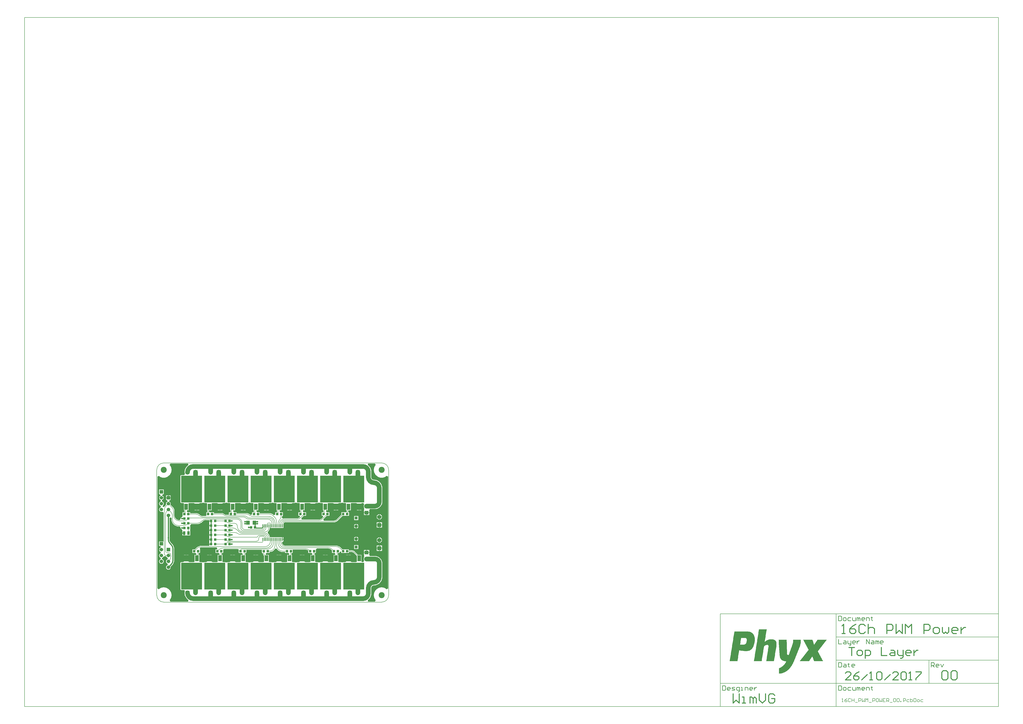
<source format=gtl>
G04 Layer_Physical_Order=1*
G04 Layer_Color=48896*
%FSLAX25Y25*%
%MOIN*%
G70*
G01*
G75*
%ADD10C,0.07874*%
%ADD11C,0.00787*%
%ADD12C,0.00787*%
%ADD13C,0.01575*%
%ADD14C,0.01968*%
%ADD15R,0.01575X0.05315*%
%ADD16R,0.04331X0.03937*%
%ADD17R,0.06299X0.07087*%
%ADD18R,0.07087X0.06299*%
%ADD19R,0.03937X0.05905*%
%ADD20R,0.27559X0.27559*%
%ADD21R,0.05905X0.09842*%
%ADD22R,0.35433X0.45276*%
%ADD23C,0.00984*%
%ADD24C,0.10236*%
%ADD25R,0.07087X0.07087*%
%ADD26C,0.07087*%
%ADD27R,0.04921X0.04921*%
G04:AMPARAMS|DCode=28|XSize=49.21mil|YSize=49.21mil|CornerRadius=12.3mil|HoleSize=0mil|Usage=FLASHONLY|Rotation=270.000|XOffset=0mil|YOffset=0mil|HoleType=Round|Shape=RoundedRectangle|*
%AMROUNDEDRECTD28*
21,1,0.04921,0.02461,0,0,270.0*
21,1,0.02461,0.04921,0,0,270.0*
1,1,0.02461,-0.01230,-0.01230*
1,1,0.02461,-0.01230,0.01230*
1,1,0.02461,0.01230,0.01230*
1,1,0.02461,0.01230,-0.01230*
%
%ADD28ROUNDEDRECTD28*%
%ADD29R,0.07087X0.07087*%
%ADD30R,0.05905X0.05905*%
%ADD31C,0.05905*%
%ADD32C,0.02756*%
G36*
X53958Y232855D02*
X53303Y232453D01*
X51536Y230944D01*
X50027Y229177D01*
X48813Y227196D01*
X47923Y225049D01*
X47381Y222789D01*
X47199Y220472D01*
X47202D01*
X47371Y219188D01*
X47867Y217991D01*
X47911Y217933D01*
X46746Y215570D01*
X41339D01*
X40955Y215494D01*
X40629Y215277D01*
X40411Y214951D01*
X40335Y214567D01*
Y169291D01*
X40411Y168907D01*
X40629Y168582D01*
X40955Y168364D01*
X41339Y168288D01*
X43937D01*
X46063Y167717D01*
X46063Y165926D01*
Y155905D01*
X46823D01*
Y152559D01*
X43799D01*
Y147006D01*
X43767Y146242D01*
X42913Y144140D01*
X41991Y143957D01*
X41210Y143435D01*
X40688Y142654D01*
X40505Y141732D01*
X40538Y141562D01*
X39393Y139629D01*
X38923Y139200D01*
X38543D01*
X38481Y139188D01*
X36863Y139347D01*
X35247Y139837D01*
X33758Y140633D01*
X32453Y141705D01*
X31381Y143010D01*
X30585Y144499D01*
X30095Y146115D01*
X29936Y147733D01*
X29948Y147795D01*
Y154165D01*
X29956D01*
X29816Y155950D01*
X29702Y156425D01*
X29398Y157692D01*
X28712Y159346D01*
X28032Y160457D01*
X27777Y160873D01*
X26614Y162235D01*
X26608Y162230D01*
X23280Y165557D01*
X23521Y166138D01*
X23656Y167165D01*
X23521Y168193D01*
X23124Y169151D01*
X22493Y169973D01*
X21670Y170604D01*
X20861Y170940D01*
X20713Y171001D01*
X20896Y171807D01*
X20896D01*
X20896Y171807D01*
X22670Y173228D01*
X23622D01*
Y176673D01*
X19685D01*
X15748D01*
Y173228D01*
X16700D01*
X18474Y171807D01*
X18474Y171807D01*
X18474D01*
X18657Y171001D01*
X18509Y170940D01*
X17699Y170604D01*
X16877Y169973D01*
X16246Y169151D01*
X15849Y168193D01*
X15714Y167165D01*
X15849Y166138D01*
X15868Y166093D01*
X14725Y164204D01*
X13562Y162842D01*
X13307Y162426D01*
X13057Y162018D01*
X10455Y161441D01*
X10307Y162008D01*
X10581Y164280D01*
X10682Y164357D01*
X11313Y165180D01*
X11710Y166138D01*
X11845Y167165D01*
X11710Y168193D01*
X11313Y169151D01*
X10682Y169973D01*
X9860Y170604D01*
X9164Y170893D01*
X8902Y171001D01*
Y173330D01*
X9164Y173438D01*
X9860Y173726D01*
X10682Y174357D01*
X11313Y175180D01*
X11710Y176138D01*
X11780Y176673D01*
X7874D01*
X3968D01*
X4038Y176138D01*
X4435Y175180D01*
X5066Y174357D01*
X5889Y173726D01*
X6584Y173438D01*
X6846Y173330D01*
Y171001D01*
X6584Y170893D01*
X5889Y170604D01*
X5066Y169973D01*
X4435Y169151D01*
X4038Y168193D01*
X3903Y167165D01*
X4038Y166138D01*
X4435Y165180D01*
X5066Y164357D01*
X5889Y163726D01*
X6584Y163438D01*
X6846Y163330D01*
Y161774D01*
X6846D01*
Y161001D01*
X6584Y160893D01*
X5889Y160604D01*
X5066Y159973D01*
X4435Y159151D01*
X4038Y158193D01*
X3903Y157165D01*
X4038Y156138D01*
X4435Y155180D01*
X5066Y154357D01*
X5889Y153726D01*
X6846Y153330D01*
X7874Y153194D01*
X8902Y153330D01*
X9028Y153382D01*
X11018Y152362D01*
X11390Y151924D01*
Y102992D01*
X3937D01*
Y95118D01*
X6339D01*
X6846Y92891D01*
X5889Y92494D01*
X5066Y91863D01*
X4435Y91041D01*
X4038Y90083D01*
X3968Y89547D01*
X7874D01*
Y88563D01*
X3968D01*
X4038Y88027D01*
X4435Y87070D01*
X5066Y86247D01*
X5889Y85616D01*
X6846Y85220D01*
Y82891D01*
X5889Y82494D01*
X5066Y81863D01*
X4435Y81041D01*
X4038Y80083D01*
X3903Y79055D01*
X4038Y78027D01*
X4435Y77070D01*
X5066Y76247D01*
X5889Y75616D01*
X6584Y75328D01*
X6846Y75219D01*
Y72891D01*
X6584Y72782D01*
X5889Y72494D01*
X5066Y71863D01*
X4435Y71041D01*
X4038Y70083D01*
X3903Y69055D01*
X4038Y68027D01*
X4435Y67070D01*
X5066Y66247D01*
X5889Y65616D01*
X6846Y65219D01*
X7874Y65084D01*
X8902Y65219D01*
X9860Y65616D01*
X10682Y66247D01*
X11313Y67070D01*
X11710Y68027D01*
X11845Y69055D01*
X11710Y70083D01*
X11313Y71041D01*
X10682Y71863D01*
X9860Y72494D01*
X9164Y72782D01*
X8902Y72891D01*
Y75219D01*
X9164Y75328D01*
X9860Y75616D01*
X10682Y76247D01*
X11313Y77070D01*
X11327Y77104D01*
X13135Y77984D01*
X13493Y78077D01*
X14101Y78094D01*
X14821Y77796D01*
X16010Y77639D01*
X16246Y77070D01*
X16877Y76247D01*
X17700Y75616D01*
X18657Y75220D01*
Y72891D01*
X17699Y72494D01*
X16877Y71863D01*
X16246Y71041D01*
X15849Y70083D01*
X15714Y69055D01*
X15849Y68027D01*
X16246Y67070D01*
X16877Y66247D01*
X17699Y65616D01*
X18657Y65219D01*
Y62891D01*
X17700Y62494D01*
X16877Y61863D01*
X16246Y61041D01*
X15849Y60083D01*
X15714Y59055D01*
X15849Y58027D01*
X16246Y57070D01*
X16877Y56247D01*
X17700Y55616D01*
X18657Y55220D01*
X19685Y55084D01*
X20713Y55220D01*
X21670Y55616D01*
X22493Y56247D01*
X23124Y57070D01*
X23521Y58027D01*
X23656Y59055D01*
X23524Y60056D01*
X26049Y62581D01*
X26057Y62592D01*
X27272Y64015D01*
X28256Y65621D01*
X28977Y67361D01*
X29417Y69193D01*
X29564Y71058D01*
X29566Y71071D01*
Y90346D01*
X29564Y90359D01*
X29417Y92224D01*
X28977Y94056D01*
X28256Y95796D01*
X27272Y97403D01*
X26057Y98825D01*
X26049Y98836D01*
X24033Y100853D01*
X23956Y100904D01*
X23017Y102049D01*
X22275Y103435D01*
X21819Y104940D01*
X21674Y106413D01*
X21692Y106504D01*
Y108004D01*
X21910Y108330D01*
X22094Y109252D01*
X21910Y110174D01*
X21692Y110500D01*
Y142891D01*
X22808Y143859D01*
X25170Y142781D01*
Y139921D01*
X25162D01*
X25302Y138136D01*
X25416Y137661D01*
X25720Y136394D01*
X26406Y134740D01*
X27341Y133213D01*
X28504Y131851D01*
X29866Y130688D01*
X31393Y129752D01*
X33048Y129067D01*
X34315Y128763D01*
X34789Y128649D01*
X36575Y128508D01*
Y128516D01*
X38923D01*
X39394Y128087D01*
X40539Y126154D01*
X40505Y125985D01*
X40689Y125063D01*
X41211Y124282D01*
X41992Y123759D01*
X42914Y123576D01*
X43526Y121313D01*
X43504Y121063D01*
X43504Y120751D01*
Y117618D01*
X46457D01*
Y117126D01*
X46949D01*
Y113189D01*
X48622D01*
X49409Y113189D01*
X50984D01*
X51772Y113189D01*
X56890D01*
Y120751D01*
X56890Y121063D01*
X56890D01*
X56693Y123032D01*
X56693D01*
Y128543D01*
X56693Y128937D01*
X56693Y130091D01*
X58574Y132453D01*
X68692D01*
Y132445D01*
X70478Y132585D01*
X70952Y132699D01*
X72219Y133003D01*
X73874Y133689D01*
X74984Y134369D01*
X75401Y134625D01*
X76762Y135788D01*
X78458Y137398D01*
X79081Y137910D01*
X80570Y138706D01*
X82186Y139196D01*
X83804Y139355D01*
X83867Y139343D01*
X89173D01*
Y138287D01*
X92323D01*
Y137303D01*
X89173D01*
Y135236D01*
X89173Y134842D01*
Y132874D01*
X89173Y132480D01*
Y130413D01*
X92323D01*
Y129429D01*
X89173D01*
Y127362D01*
X89173Y126968D01*
Y125000D01*
X89173Y124606D01*
Y122539D01*
X92322D01*
Y121555D01*
X89173D01*
Y119488D01*
X89173Y119094D01*
Y117126D01*
X89173Y116732D01*
Y114665D01*
X92323D01*
Y113681D01*
X89173D01*
Y111614D01*
X89173Y111220D01*
Y109252D01*
X89173Y108858D01*
Y106791D01*
X92323D01*
Y105807D01*
X89173D01*
Y103740D01*
X89173Y103346D01*
Y101378D01*
X89173Y100984D01*
Y98917D01*
X92322D01*
Y97933D01*
X89173D01*
Y95499D01*
X75205D01*
Y95508D01*
X73420Y95367D01*
X72945Y95253D01*
X71678Y94949D01*
X70024Y94264D01*
X68913Y93583D01*
X68497Y93328D01*
X67135Y92165D01*
X67141Y92159D01*
X64548Y89567D01*
X60433D01*
Y83661D01*
X65857D01*
X67551Y81638D01*
X67127Y80315D01*
X64173D01*
Y70295D01*
X64173Y68504D01*
X62048Y67933D01*
X56063D01*
X53937Y68504D01*
Y69095D01*
X46063D01*
Y68504D01*
X43937Y67933D01*
X41339D01*
X40955Y67856D01*
X40629Y67639D01*
X40411Y67313D01*
X40335Y66929D01*
Y21654D01*
X40411Y21270D01*
X40629Y20944D01*
X40955Y20726D01*
X41339Y20650D01*
X45431D01*
X47638Y20276D01*
Y17677D01*
X47371Y17033D01*
X47202Y15748D01*
X47199D01*
X47381Y13431D01*
X47638Y12361D01*
Y11220D01*
X47912D01*
X47923Y11172D01*
X48813Y9025D01*
X50027Y7043D01*
X51536Y5276D01*
X53303Y3767D01*
X53958Y3366D01*
X53292Y1003D01*
X23032D01*
X21943Y3366D01*
X22514Y4035D01*
X23599Y5805D01*
X24393Y7723D01*
X24878Y9741D01*
X25041Y11811D01*
X24878Y13881D01*
X24393Y15899D01*
X23599Y17817D01*
X22514Y19587D01*
X21166Y21166D01*
X19587Y22514D01*
X17817Y23599D01*
X15899Y24393D01*
X13881Y24878D01*
X11811Y25041D01*
X9741Y24878D01*
X7723Y24393D01*
X5805Y23599D01*
X4035Y22514D01*
X3366Y21943D01*
X1003Y23032D01*
Y213189D01*
X3366Y214278D01*
X4035Y213706D01*
X5805Y212622D01*
X7723Y211827D01*
X9741Y211343D01*
X11811Y211180D01*
X13881Y211343D01*
X15899Y211827D01*
X17817Y212622D01*
X19587Y213706D01*
X21166Y215055D01*
X22514Y216633D01*
X23599Y218403D01*
X24393Y220321D01*
X24878Y222340D01*
X25041Y224410D01*
X24878Y226479D01*
X24393Y228498D01*
X23599Y230416D01*
X22514Y232186D01*
X21943Y232855D01*
X23032Y235217D01*
X53292D01*
X53958Y232855D01*
D02*
G37*
G36*
X316219Y168582D02*
X316545Y168364D01*
X316929Y168288D01*
X319528D01*
X321654Y167717D01*
X321654Y165926D01*
Y155905D01*
X322414D01*
Y152559D01*
X320177Y152559D01*
X317815Y152559D01*
X313484D01*
Y148443D01*
X305774Y140733D01*
X305739Y140681D01*
X304482Y139649D01*
X302993Y138853D01*
X301377Y138363D01*
X299759Y138204D01*
X299696Y138216D01*
X283682D01*
X282810Y140578D01*
X282964Y140709D01*
X282958Y140715D01*
X288897Y146654D01*
X293012D01*
Y152559D01*
X288447D01*
X287058Y154922D01*
X287605Y155905D01*
X290158D01*
Y165926D01*
X290158Y167717D01*
X292283Y168288D01*
X298268D01*
X300394Y167717D01*
Y167323D01*
X308268D01*
Y167717D01*
X310393Y168288D01*
X312992D01*
X313376Y168364D01*
X313702Y168582D01*
X314842Y168743D01*
X315080D01*
X316219Y168582D01*
D02*
G37*
G36*
X276850D02*
X277175Y168364D01*
X277559Y168288D01*
X280158D01*
X282283Y167717D01*
X282283Y165926D01*
Y155905D01*
X283044D01*
Y152559D01*
X280020D01*
Y146654D01*
X281837D01*
X282740Y144472D01*
X280971Y142702D01*
X280936Y142649D01*
X279679Y141618D01*
X278189Y140822D01*
X276574Y140331D01*
X274955Y140172D01*
X274893Y140184D01*
X246280D01*
X245409Y142547D01*
X245562Y142678D01*
X245556Y142683D01*
X249527Y146654D01*
X253642D01*
Y152559D01*
X249077D01*
X247688Y154922D01*
X248235Y155905D01*
X250787D01*
Y165926D01*
X250787Y167717D01*
X252913Y168288D01*
X258898D01*
X261024Y167717D01*
Y167323D01*
X268898D01*
Y167717D01*
X271023Y168288D01*
X273622D01*
X274006Y168364D01*
X274332Y168582D01*
X275471Y168743D01*
X275710D01*
X276850Y168582D01*
D02*
G37*
G36*
X237479D02*
X237805Y168364D01*
X238189Y168288D01*
X240788D01*
X242913Y167717D01*
X242913Y165926D01*
Y155905D01*
X243674D01*
Y152559D01*
X240650D01*
Y146654D01*
X242610D01*
X242801Y146232D01*
X243137Y144292D01*
X242277Y143586D01*
X240788Y142790D01*
X239172Y142300D01*
X237554Y142141D01*
X237492Y142153D01*
X216239D01*
Y142171D01*
X214425Y141992D01*
X214267Y141944D01*
X212635Y143523D01*
X212922Y145914D01*
X214272Y146654D01*
Y152559D01*
X209707D01*
X208318Y154922D01*
X208865Y155905D01*
X211417D01*
Y165926D01*
X211417Y167717D01*
X213543Y168288D01*
X219528D01*
X221654Y167717D01*
Y167323D01*
X229528D01*
Y167717D01*
X231653Y168288D01*
X234252D01*
X234636Y168364D01*
X234962Y168582D01*
X236101Y168743D01*
X236339D01*
X237479Y168582D01*
D02*
G37*
G36*
X198109D02*
X198435Y168364D01*
X198819Y168288D01*
X201418D01*
X203543Y167717D01*
X203543Y165926D01*
Y155905D01*
X204304D01*
Y152559D01*
X201280D01*
Y148536D01*
X200884Y148372D01*
X198810Y147677D01*
X197448Y148840D01*
X197032Y149095D01*
X195921Y149776D01*
X194266Y150461D01*
X193000Y150765D01*
X192525Y150879D01*
X190739Y151020D01*
Y151012D01*
X174902D01*
Y152559D01*
X170337D01*
X168948Y154922D01*
X169495Y155905D01*
X172047D01*
Y165926D01*
X172047Y167717D01*
X174173Y168288D01*
X180158D01*
X182283Y167717D01*
Y167323D01*
X190157D01*
Y167717D01*
X192283Y168288D01*
X194882D01*
X195266Y168364D01*
X195591Y168582D01*
X196731Y168743D01*
X196969D01*
X198109Y168582D01*
D02*
G37*
G36*
X158739D02*
X159065Y168364D01*
X159449Y168288D01*
X162048D01*
X164173Y167717D01*
X164173Y165926D01*
Y155905D01*
X164934D01*
Y152559D01*
X161910D01*
Y149253D01*
X161894Y149224D01*
X159704Y147855D01*
X158482Y148640D01*
X157249Y149652D01*
X156664Y149965D01*
X155842Y150404D01*
X154950Y150675D01*
X154950Y150675D01*
X154950Y150675D01*
X154315Y150867D01*
X152727Y151024D01*
Y151012D01*
X135532D01*
Y152559D01*
X130967D01*
X129578Y154922D01*
X130125Y155905D01*
X132677D01*
Y165926D01*
X132677Y167717D01*
X134803Y168288D01*
X140788D01*
X142913Y167717D01*
Y167323D01*
X150787D01*
Y167717D01*
X152913Y168288D01*
X155512D01*
X155896Y168364D01*
X156221Y168582D01*
X157361Y168743D01*
X157599D01*
X158739Y168582D01*
D02*
G37*
G36*
X119369D02*
X119695Y168364D01*
X120079Y168288D01*
X122678D01*
X124803Y167717D01*
X124803Y165926D01*
Y155905D01*
X125564D01*
Y152559D01*
X122540D01*
Y148058D01*
X117941D01*
X117873Y148045D01*
X116560Y148218D01*
X116058Y148426D01*
X114192Y149625D01*
X113202Y150385D01*
X112626Y150624D01*
X112626Y150624D01*
X112049Y150863D01*
X110812Y151025D01*
Y151012D01*
X97048D01*
Y152559D01*
X92717D01*
X90748Y152559D01*
X88610Y153100D01*
Y155905D01*
X93307D01*
Y165926D01*
X93307Y167717D01*
X95433Y168288D01*
X101418D01*
X103543Y167717D01*
Y167323D01*
X111417D01*
Y167717D01*
X113543Y168288D01*
X116142D01*
X116526Y168364D01*
X116851Y168582D01*
X117991Y168743D01*
X118229D01*
X119369Y168582D01*
D02*
G37*
G36*
X79999D02*
X80325Y168364D01*
X80709Y168288D01*
X83307D01*
X85433Y167717D01*
X85433Y165926D01*
Y155905D01*
X85800D01*
Y152559D01*
X84055D01*
Y148452D01*
X84055Y146654D01*
X81927Y146090D01*
X77587D01*
X77518Y146076D01*
X76205Y146249D01*
X75672Y146470D01*
X73810Y147677D01*
X72448Y148840D01*
X72032Y149095D01*
X70921Y149776D01*
X69266Y150461D01*
X68000Y150765D01*
X67525Y150879D01*
X65739Y151020D01*
Y151012D01*
X56792D01*
Y152559D01*
X52227D01*
X50838Y154922D01*
X51385Y155905D01*
X53937D01*
Y165926D01*
X53937Y167717D01*
X56063Y168288D01*
X62048D01*
X64173Y167717D01*
Y167323D01*
X72047D01*
Y167717D01*
X74173Y168288D01*
X76772D01*
X77156Y168364D01*
X77481Y168582D01*
X78621Y168743D01*
X78859D01*
X79999Y168582D01*
D02*
G37*
G36*
X371758Y232855D02*
X371187Y232186D01*
X370102Y230416D01*
X369307Y228498D01*
X368823Y226479D01*
X368660Y224410D01*
X368823Y222340D01*
X369307Y220321D01*
X370102Y218403D01*
X371187Y216633D01*
X372535Y215055D01*
X374113Y213706D01*
X375884Y212622D01*
X377801Y211827D01*
X379820Y211343D01*
X381890Y211180D01*
X383959Y211343D01*
X385978Y211827D01*
X387896Y212622D01*
X389666Y213706D01*
X390335Y214278D01*
X392697Y213189D01*
Y23032D01*
X390335Y21943D01*
X389666Y22514D01*
X387896Y23599D01*
X385978Y24393D01*
X383959Y24878D01*
X381890Y25041D01*
X379820Y24878D01*
X377801Y24393D01*
X375884Y23599D01*
X374113Y22514D01*
X372535Y21166D01*
X371187Y19587D01*
X370102Y17817D01*
X369307Y15899D01*
X368823Y13881D01*
X368660Y11811D01*
X368823Y9741D01*
X369307Y7723D01*
X370102Y5805D01*
X371187Y4035D01*
X371758Y3366D01*
X370669Y1003D01*
X358832D01*
X358166Y3366D01*
X358518Y3581D01*
X360167Y4990D01*
X361576Y6639D01*
X362709Y8489D01*
X363539Y10492D01*
X364017Y12484D01*
X364046Y12601D01*
X364216Y14764D01*
X364216D01*
Y24114D01*
X364201Y24229D01*
X364336Y25257D01*
X364777Y26323D01*
X365479Y27237D01*
X366394Y27939D01*
X366461Y27967D01*
X368602Y28499D01*
Y28499D01*
X370842Y28675D01*
X373026Y29200D01*
X375102Y30059D01*
X377017Y31233D01*
X378725Y32692D01*
X380184Y34400D01*
X381358Y36316D01*
X382218Y38391D01*
X382742Y40576D01*
X382918Y42815D01*
X382916D01*
Y52165D01*
Y65945D01*
X382905Y66034D01*
X382761Y67860D01*
X382313Y69728D01*
X381577Y71503D01*
X380574Y73141D01*
X379326Y74602D01*
X377865Y75849D01*
X376227Y76853D01*
X374452Y77588D01*
X372585Y78037D01*
X370759Y78180D01*
X370669Y78192D01*
X361880D01*
X360827Y80118D01*
X360827Y80554D01*
Y83760D01*
X356299D01*
X351772D01*
Y80118D01*
X351772D01*
X352394Y77756D01*
X352040Y77362D01*
X351772D01*
Y75158D01*
X351505Y74513D01*
X351336Y73228D01*
X351505Y71944D01*
X351772Y71299D01*
X351772Y69095D01*
X349891Y67933D01*
X349763D01*
X347638Y68504D01*
X347638Y70295D01*
Y80315D01*
X341948D01*
X337584Y84678D01*
X337590Y84684D01*
X336228Y85847D01*
X335812Y86102D01*
X334701Y86783D01*
X333047Y87468D01*
X331780Y87773D01*
X331305Y87887D01*
X329520Y88027D01*
Y88019D01*
X326279D01*
Y89567D01*
X321949D01*
X319980Y89567D01*
X317618Y89567D01*
X315471D01*
X312485Y92553D01*
X312491Y92558D01*
X311129Y93722D01*
X310712Y93977D01*
X309602Y94657D01*
X307947Y95343D01*
X306680Y95647D01*
X306206Y95761D01*
X304420Y95901D01*
Y95893D01*
X218798D01*
X218771Y95888D01*
X217535Y96009D01*
X216320Y96378D01*
X215200Y96977D01*
X214218Y97782D01*
X213413Y98764D01*
X212814Y99884D01*
X212600Y100590D01*
X213170Y101762D01*
X214469Y102952D01*
X215255D01*
Y106101D01*
X213483D01*
Y106594D01*
X212991D01*
Y110235D01*
X194231D01*
X191870Y110236D01*
X191710Y111857D01*
X191527Y112462D01*
X191237Y113415D01*
X190470Y114852D01*
X189436Y116111D01*
X188728Y116692D01*
X188487Y117736D01*
Y118485D01*
X188728Y119528D01*
X189436Y120110D01*
X190470Y121369D01*
X191237Y122805D01*
X191710Y124364D01*
X191870Y125983D01*
X192519D01*
Y129625D01*
X193503D01*
Y125983D01*
X215255D01*
Y133267D01*
X216425Y135144D01*
X216839Y135316D01*
X217520Y135406D01*
Y135406D01*
X299696D01*
Y135398D01*
X301482Y135538D01*
X301957Y135652D01*
X303223Y135957D01*
X304878Y136642D01*
X305989Y137322D01*
X306405Y137578D01*
X307767Y138741D01*
X307761Y138747D01*
X315668Y146653D01*
X319783Y146653D01*
X322145Y146653D01*
X326476D01*
Y152559D01*
X325224D01*
Y155905D01*
X329528D01*
Y165926D01*
X329528Y167717D01*
X331653Y168288D01*
X337638D01*
X339764Y167717D01*
Y167323D01*
X347638D01*
Y167717D01*
X349763Y168288D01*
X349891D01*
X351772Y167126D01*
X351772Y166180D01*
Y164922D01*
X351505Y164277D01*
X351336Y162992D01*
X351505Y161707D01*
X351772Y161063D01*
Y158858D01*
X352040D01*
X352394Y158465D01*
X351772Y156102D01*
X351772D01*
Y152461D01*
X360827D01*
Y155666D01*
X360827Y156102D01*
X361880Y158028D01*
X370669D01*
X370759Y158040D01*
X372585Y158184D01*
X374452Y158632D01*
X376227Y159368D01*
X377865Y160371D01*
X379326Y161619D01*
X380574Y163080D01*
X381577Y164718D01*
X382004Y165748D01*
X382480D01*
Y167191D01*
X382761Y168360D01*
X382905Y170186D01*
X382916Y170276D01*
Y184055D01*
Y193405D01*
X382918D01*
X382742Y195645D01*
X382218Y197829D01*
X381358Y199905D01*
X380184Y201820D01*
X378725Y203528D01*
X377017Y204987D01*
X375102Y206161D01*
X373026Y207021D01*
X370842Y207545D01*
X368602Y207721D01*
X368602Y207721D01*
X366461Y208254D01*
X366394Y208281D01*
X365479Y208983D01*
X364777Y209898D01*
X364336Y210963D01*
X364201Y211991D01*
X364216Y212106D01*
Y221457D01*
X364216D01*
X364046Y223619D01*
X364017Y223737D01*
X363539Y225728D01*
X362709Y227732D01*
X361576Y229581D01*
X360167Y231230D01*
X358518Y232639D01*
X358166Y232855D01*
X358832Y235217D01*
X370669D01*
X371758Y232855D01*
D02*
G37*
G36*
X313287Y85777D02*
Y83661D01*
X317618D01*
X319586Y83661D01*
X321949Y83661D01*
X326279D01*
Y85209D01*
X329520D01*
X329582Y85221D01*
X331200Y85062D01*
X332816Y84572D01*
X334305Y83776D01*
X335562Y82744D01*
X335597Y82692D01*
X339764Y78525D01*
Y70295D01*
X339764Y68504D01*
X337638Y67933D01*
X331653D01*
X329528Y68504D01*
Y69095D01*
X321654D01*
Y68504D01*
X319528Y67933D01*
X316929D01*
X316545Y67856D01*
X316219Y67639D01*
X315080Y67477D01*
X314842D01*
X313702Y67639D01*
X313376Y67856D01*
X312992Y67933D01*
X310393D01*
X308268Y68504D01*
X308268Y70295D01*
Y80315D01*
X307507D01*
Y83661D01*
X310531D01*
Y84777D01*
X312893Y86040D01*
X313287Y85777D01*
D02*
G37*
G36*
X292321Y90968D02*
X293937Y90478D01*
X295426Y89682D01*
X296683Y88650D01*
X296718Y88597D01*
X297539Y87776D01*
Y83661D01*
X302104D01*
X303493Y81299D01*
X302946Y80315D01*
X300394D01*
Y70295D01*
X300394Y68504D01*
X298268Y67933D01*
X292283D01*
X290158Y68504D01*
Y69095D01*
X282283D01*
Y68504D01*
X280158Y67933D01*
X277559D01*
X277175Y67856D01*
X276850Y67639D01*
X275710Y67477D01*
X275471D01*
X274332Y67639D01*
X274006Y67856D01*
X273622Y67933D01*
X271023D01*
X268898Y68504D01*
X268898Y70295D01*
Y80315D01*
X268137D01*
Y83661D01*
X270275D01*
Y88753D01*
X270275Y89567D01*
X271996Y91115D01*
X290641D01*
X290703Y91127D01*
X292321Y90968D01*
D02*
G37*
G36*
X254034Y88999D02*
X255649Y88509D01*
X257139Y87713D01*
X257283Y87594D01*
Y83661D01*
X262708Y83661D01*
X264402Y81638D01*
X263977Y80315D01*
X261024D01*
Y70295D01*
X261024Y68504D01*
X258898Y67933D01*
X252913D01*
X250787Y68504D01*
Y69095D01*
X242913D01*
Y68504D01*
X240788Y67933D01*
X238189D01*
X237805Y67856D01*
X237479Y67639D01*
X236339Y67477D01*
X236101D01*
X234962Y67639D01*
X234636Y67856D01*
X234252Y67933D01*
X231653D01*
X229528Y68504D01*
X229528Y70295D01*
Y80315D01*
X228767D01*
Y83661D01*
X230905D01*
Y89146D01*
X252353D01*
X252415Y89159D01*
X254034Y88999D01*
D02*
G37*
G36*
X203527Y90700D02*
X204014Y89905D01*
X205177Y88544D01*
X206539Y87380D01*
X208066Y86445D01*
X209720Y85759D01*
X210987Y85455D01*
X211462Y85341D01*
X213247Y85201D01*
Y85209D01*
X217913D01*
Y83661D01*
X223338D01*
X225031Y81638D01*
X224607Y80315D01*
X221654D01*
Y70295D01*
X221654Y68504D01*
X219528Y67933D01*
X213543D01*
X211417Y68504D01*
Y69095D01*
X203543D01*
Y68504D01*
X201418Y67933D01*
X198819D01*
X198435Y67856D01*
X198109Y67639D01*
X196969Y67477D01*
X196731D01*
X195591Y67639D01*
X195266Y67856D01*
X194882Y67933D01*
X192283D01*
X190157Y68504D01*
X190157Y70295D01*
Y80315D01*
X185567D01*
X185522Y80346D01*
X184951Y81306D01*
X184993Y81654D01*
X186299Y83662D01*
X191536D01*
X191929Y85188D01*
X193916Y85383D01*
X194186Y85465D01*
X195827Y85963D01*
X197588Y86904D01*
X199132Y88171D01*
X200398Y89714D01*
X200868Y90594D01*
X201379Y90788D01*
X203251Y90798D01*
X203527Y90700D01*
D02*
G37*
G36*
X178544Y83662D02*
X180286Y83050D01*
X180403Y81858D01*
X180751Y80712D01*
X181316Y79655D01*
X182076Y78729D01*
X182283Y76453D01*
Y70295D01*
X182283Y68504D01*
X180158Y67933D01*
X174173D01*
X172047Y68504D01*
Y69095D01*
X164173D01*
Y68504D01*
X162048Y67933D01*
X159449D01*
X159065Y67856D01*
X158739Y67639D01*
X157599Y67477D01*
X157361D01*
X156221Y67639D01*
X155896Y67856D01*
X155512Y67933D01*
X152913D01*
X150787Y68504D01*
X150787Y70295D01*
Y80315D01*
X150027D01*
Y83661D01*
X152165D01*
Y88753D01*
X178544D01*
Y83662D01*
D02*
G37*
G36*
X139173Y89567D02*
Y83661D01*
X144598D01*
X146291Y81638D01*
X145867Y80315D01*
X142913D01*
Y70295D01*
X142913Y68504D01*
X140788Y67933D01*
X134803D01*
X132677Y68504D01*
Y69095D01*
X124803D01*
Y68504D01*
X122678Y67933D01*
X120079D01*
X119695Y67856D01*
X119369Y67639D01*
X118229Y67477D01*
X117991D01*
X116851Y67639D01*
X116526Y67856D01*
X116142Y67933D01*
X113543D01*
X111417Y68504D01*
X111417Y70295D01*
Y80315D01*
X110657D01*
Y83661D01*
X112795D01*
Y88220D01*
X112795Y89567D01*
X114842Y90327D01*
X137126D01*
X139173Y89567D01*
D02*
G37*
G36*
X75205Y92690D02*
X101670D01*
X102949Y90327D01*
X102495Y89632D01*
X101886Y89567D01*
X99803D01*
Y83661D01*
X105227D01*
X106921Y81638D01*
X106497Y80315D01*
X103543D01*
Y70295D01*
X103543Y68504D01*
X101418Y67933D01*
X95433D01*
X93307Y68504D01*
Y69095D01*
X85433D01*
Y68504D01*
X83307Y67933D01*
X80709D01*
X80325Y67856D01*
X79999Y67639D01*
X78859Y67477D01*
X78621D01*
X77481Y67639D01*
X77156Y67856D01*
X76772Y67933D01*
X74173D01*
X72047Y68504D01*
X72047Y70295D01*
Y80315D01*
X71287D01*
Y83661D01*
X73425D01*
Y89567D01*
X73425D01*
X73159Y91929D01*
X73911Y92581D01*
X75143Y92702D01*
X75205Y92690D01*
D02*
G37*
G36*
X1137613Y-64032D02*
X1137326D01*
Y-64318D01*
X1137040D01*
Y-64605D01*
Y-64891D01*
X1136754D01*
Y-65177D01*
X1136467D01*
Y-65464D01*
X1136181D01*
Y-65750D01*
Y-66036D01*
X1135895D01*
Y-66322D01*
X1135608D01*
Y-66609D01*
X1135322D01*
Y-66895D01*
X1135036D01*
Y-67181D01*
Y-67468D01*
X1134750D01*
Y-67754D01*
X1134463D01*
Y-68040D01*
X1134177D01*
Y-68327D01*
Y-68613D01*
X1133891D01*
Y-68899D01*
X1133604D01*
Y-69186D01*
X1133318D01*
Y-69472D01*
X1133032D01*
Y-69758D01*
Y-70044D01*
X1132745D01*
Y-70331D01*
X1132459D01*
Y-70617D01*
X1132173D01*
Y-70903D01*
Y-71190D01*
X1131886D01*
Y-71476D01*
X1131600D01*
Y-71762D01*
X1131314D01*
Y-72049D01*
Y-72335D01*
X1131028D01*
Y-72621D01*
X1130741D01*
Y-72908D01*
X1130455D01*
Y-73194D01*
X1130169D01*
Y-73480D01*
Y-73767D01*
X1129882D01*
Y-74053D01*
X1129596D01*
Y-74339D01*
X1129310D01*
Y-74625D01*
Y-74912D01*
X1129023D01*
Y-75198D01*
X1128737D01*
Y-75485D01*
X1128451D01*
Y-75771D01*
Y-76057D01*
X1128164D01*
Y-76343D01*
X1127878D01*
Y-76630D01*
X1127592D01*
Y-76916D01*
X1127306D01*
Y-77202D01*
Y-77489D01*
X1127019D01*
Y-77775D01*
X1126733D01*
Y-78061D01*
X1126447D01*
Y-78348D01*
Y-78634D01*
X1126160D01*
Y-78920D01*
X1125874D01*
Y-79207D01*
X1125588D01*
Y-79493D01*
Y-79779D01*
X1125301D01*
Y-80066D01*
X1125015D01*
Y-80352D01*
X1124729D01*
Y-80638D01*
X1124442D01*
Y-80924D01*
Y-81211D01*
X1124156D01*
Y-81497D01*
X1123870D01*
Y-81783D01*
X1123583D01*
Y-82070D01*
Y-82356D01*
X1123297D01*
Y-82642D01*
X1123011D01*
Y-82929D01*
X1122725D01*
Y-83215D01*
X1122438D01*
Y-83501D01*
Y-83788D01*
X1122725D01*
Y-84074D01*
Y-84360D01*
X1123011D01*
Y-84646D01*
Y-84933D01*
X1123297D01*
Y-85219D01*
X1123583D01*
Y-85505D01*
Y-85792D01*
X1123870D01*
Y-86078D01*
Y-86364D01*
X1124156D01*
Y-86651D01*
Y-86937D01*
X1124442D01*
Y-87223D01*
Y-87510D01*
X1124729D01*
Y-87796D01*
Y-88082D01*
X1125015D01*
Y-88369D01*
Y-88655D01*
X1125301D01*
Y-88941D01*
Y-89227D01*
X1125588D01*
Y-89514D01*
Y-89800D01*
X1125874D01*
Y-90086D01*
X1126160D01*
Y-90373D01*
Y-90659D01*
X1126447D01*
Y-90945D01*
Y-91232D01*
X1126733D01*
Y-91518D01*
Y-91804D01*
X1127019D01*
Y-92091D01*
Y-92377D01*
X1127306D01*
Y-92663D01*
Y-92950D01*
X1127592D01*
Y-93236D01*
Y-93522D01*
X1127878D01*
Y-93809D01*
Y-94095D01*
X1128164D01*
Y-94381D01*
X1128451D01*
Y-94667D01*
Y-94954D01*
X1128737D01*
Y-95240D01*
Y-95526D01*
X1129023D01*
Y-95813D01*
Y-96099D01*
X1129310D01*
Y-96385D01*
Y-96672D01*
X1129596D01*
Y-96958D01*
Y-97244D01*
X1129882D01*
Y-97531D01*
Y-97817D01*
X1130169D01*
Y-98103D01*
Y-98390D01*
X1130455D01*
Y-98676D01*
X1130741D01*
Y-98962D01*
Y-99248D01*
X1131028D01*
Y-99535D01*
Y-99821D01*
X1131314D01*
Y-100107D01*
X1116139D01*
Y-99821D01*
X1115853D01*
Y-99535D01*
Y-99248D01*
Y-98962D01*
X1115567D01*
Y-98676D01*
Y-98390D01*
Y-98103D01*
X1115280D01*
Y-97817D01*
Y-97531D01*
X1114994D01*
Y-97244D01*
Y-96958D01*
Y-96672D01*
X1114708D01*
Y-96385D01*
Y-96099D01*
Y-95813D01*
X1114421D01*
Y-95526D01*
Y-95240D01*
X1114135D01*
Y-94954D01*
Y-94667D01*
Y-94381D01*
X1113849D01*
Y-94095D01*
Y-93809D01*
Y-93522D01*
X1113562D01*
Y-93236D01*
Y-92950D01*
Y-92663D01*
X1113276D01*
Y-92377D01*
X1112704D01*
Y-92663D01*
Y-92950D01*
X1112417D01*
Y-93236D01*
X1112131D01*
Y-93522D01*
Y-93809D01*
X1111845D01*
Y-94095D01*
X1111558D01*
Y-94381D01*
Y-94667D01*
X1111272D01*
Y-94954D01*
X1110986D01*
Y-95240D01*
Y-95526D01*
X1110699D01*
Y-95813D01*
X1110413D01*
Y-96099D01*
X1110127D01*
Y-96385D01*
Y-96672D01*
X1109840D01*
Y-96958D01*
X1109554D01*
Y-97244D01*
Y-97531D01*
X1109268D01*
Y-97817D01*
X1108981D01*
Y-98103D01*
Y-98390D01*
X1108695D01*
Y-98676D01*
X1108409D01*
Y-98962D01*
Y-99248D01*
X1108123D01*
Y-99535D01*
X1107836D01*
Y-99821D01*
Y-100107D01*
X1091803D01*
Y-99821D01*
X1092089D01*
Y-99535D01*
X1092375D01*
Y-99248D01*
X1092662D01*
Y-98962D01*
X1092948D01*
Y-98676D01*
Y-98390D01*
X1093234D01*
Y-98103D01*
X1093521D01*
Y-97817D01*
X1093807D01*
Y-97531D01*
X1094093D01*
Y-97244D01*
Y-96958D01*
X1094380D01*
Y-96672D01*
X1094666D01*
Y-96385D01*
X1094952D01*
Y-96099D01*
Y-95813D01*
X1095238D01*
Y-95526D01*
X1095525D01*
Y-95240D01*
X1095811D01*
Y-94954D01*
X1096097D01*
Y-94667D01*
Y-94381D01*
X1096384D01*
Y-94095D01*
X1096670D01*
Y-93809D01*
X1096956D01*
Y-93522D01*
X1097243D01*
Y-93236D01*
Y-92950D01*
X1097529D01*
Y-92663D01*
X1097815D01*
Y-92377D01*
X1098102D01*
Y-92091D01*
Y-91804D01*
X1098388D01*
Y-91518D01*
X1098674D01*
Y-91232D01*
X1098960D01*
Y-90945D01*
X1099247D01*
Y-90659D01*
Y-90373D01*
X1099533D01*
Y-90086D01*
X1099819D01*
Y-89800D01*
X1100106D01*
Y-89514D01*
Y-89227D01*
X1100392D01*
Y-88941D01*
X1100678D01*
Y-88655D01*
X1100965D01*
Y-88369D01*
X1101251D01*
Y-88082D01*
Y-87796D01*
X1101537D01*
Y-87510D01*
X1101824D01*
Y-87223D01*
X1102110D01*
Y-86937D01*
Y-86651D01*
X1102396D01*
Y-86364D01*
X1102683D01*
Y-86078D01*
X1102969D01*
Y-85792D01*
X1103255D01*
Y-85505D01*
Y-85219D01*
X1103541D01*
Y-84933D01*
X1103828D01*
Y-84646D01*
X1104114D01*
Y-84360D01*
X1104400D01*
Y-84074D01*
Y-83788D01*
X1104687D01*
Y-83501D01*
X1104973D01*
Y-83215D01*
X1105259D01*
Y-82929D01*
Y-82642D01*
X1105546D01*
Y-82356D01*
X1105832D01*
Y-82070D01*
X1106118D01*
Y-81783D01*
X1106405D01*
Y-81497D01*
Y-81211D01*
X1106691D01*
Y-80924D01*
Y-80638D01*
Y-80352D01*
X1106405D01*
Y-80066D01*
X1106118D01*
Y-79779D01*
Y-79493D01*
X1105832D01*
Y-79207D01*
Y-78920D01*
X1105546D01*
Y-78634D01*
Y-78348D01*
X1105259D01*
Y-78061D01*
Y-77775D01*
X1104973D01*
Y-77489D01*
Y-77202D01*
X1104687D01*
Y-76916D01*
Y-76630D01*
X1104400D01*
Y-76343D01*
X1104114D01*
Y-76057D01*
Y-75771D01*
X1103828D01*
Y-75485D01*
Y-75198D01*
X1103541D01*
Y-74912D01*
Y-74625D01*
X1103255D01*
Y-74339D01*
Y-74053D01*
X1102969D01*
Y-73767D01*
Y-73480D01*
X1102683D01*
Y-73194D01*
Y-72908D01*
X1102396D01*
Y-72621D01*
X1102110D01*
Y-72335D01*
Y-72049D01*
X1101824D01*
Y-71762D01*
Y-71476D01*
X1101537D01*
Y-71190D01*
Y-70903D01*
X1101251D01*
Y-70617D01*
Y-70331D01*
X1100965D01*
Y-70044D01*
Y-69758D01*
X1100678D01*
Y-69472D01*
Y-69186D01*
X1100392D01*
Y-68899D01*
Y-68613D01*
X1100106D01*
Y-68327D01*
X1099819D01*
Y-68040D01*
Y-67754D01*
X1099533D01*
Y-67468D01*
Y-67181D01*
X1099247D01*
Y-66895D01*
Y-66609D01*
X1098960D01*
Y-66322D01*
Y-66036D01*
X1098674D01*
Y-65750D01*
Y-65464D01*
X1098388D01*
Y-65177D01*
Y-64891D01*
X1098102D01*
Y-64605D01*
X1097815D01*
Y-64318D01*
Y-64032D01*
X1097529D01*
Y-63746D01*
X1113276D01*
Y-64032D01*
X1113562D01*
Y-64318D01*
Y-64605D01*
Y-64891D01*
X1113849D01*
Y-65177D01*
Y-65464D01*
Y-65750D01*
X1114135D01*
Y-66036D01*
Y-66322D01*
Y-66609D01*
X1114421D01*
Y-66895D01*
Y-67181D01*
Y-67468D01*
X1114708D01*
Y-67754D01*
Y-68040D01*
Y-68327D01*
X1114994D01*
Y-68613D01*
Y-68899D01*
Y-69186D01*
X1115280D01*
Y-69472D01*
Y-69758D01*
Y-70044D01*
X1115567D01*
Y-70331D01*
Y-70617D01*
Y-70903D01*
X1115853D01*
Y-71190D01*
Y-71476D01*
Y-71762D01*
Y-72049D01*
X1116426D01*
Y-71762D01*
X1116712D01*
Y-71476D01*
X1116998D01*
Y-71190D01*
Y-70903D01*
X1117284D01*
Y-70617D01*
X1117571D01*
Y-70331D01*
Y-70044D01*
X1117857D01*
Y-69758D01*
X1118143D01*
Y-69472D01*
Y-69186D01*
X1118430D01*
Y-68899D01*
X1118716D01*
Y-68613D01*
Y-68327D01*
X1119002D01*
Y-68040D01*
X1119289D01*
Y-67754D01*
Y-67468D01*
X1119575D01*
Y-67181D01*
X1119861D01*
Y-66895D01*
Y-66609D01*
X1120148D01*
Y-66322D01*
X1120434D01*
Y-66036D01*
Y-65750D01*
X1120720D01*
Y-65464D01*
X1121007D01*
Y-65177D01*
Y-64891D01*
X1121293D01*
Y-64605D01*
X1121579D01*
Y-64318D01*
Y-64032D01*
X1121865D01*
Y-63746D01*
X1137613D01*
Y-64032D01*
D02*
G37*
G36*
X1004477Y-50003D02*
X1006195D01*
Y-50289D01*
X1007054D01*
Y-50575D01*
X1007913D01*
Y-50862D01*
X1008772D01*
Y-51148D01*
X1009345D01*
Y-51434D01*
X1009631D01*
Y-51720D01*
X1010203D01*
Y-52007D01*
X1010490D01*
Y-52293D01*
X1011062D01*
Y-52579D01*
X1011349D01*
Y-52866D01*
X1011635D01*
Y-53152D01*
X1011921D01*
Y-53438D01*
X1012208D01*
Y-53725D01*
X1012494D01*
Y-54011D01*
X1012780D01*
Y-54297D01*
Y-54584D01*
X1013067D01*
Y-54870D01*
X1013353D01*
Y-55156D01*
Y-55443D01*
X1013639D01*
Y-55729D01*
X1013926D01*
Y-56015D01*
Y-56301D01*
X1014212D01*
Y-56588D01*
Y-56874D01*
Y-57161D01*
X1014498D01*
Y-57447D01*
Y-57733D01*
Y-58019D01*
X1014785D01*
Y-58306D01*
Y-58592D01*
Y-58878D01*
Y-59165D01*
X1015071D01*
Y-59451D01*
Y-59737D01*
Y-60024D01*
Y-60310D01*
Y-60596D01*
X1015357D01*
Y-60883D01*
Y-61169D01*
Y-61455D01*
Y-61742D01*
Y-62028D01*
Y-62314D01*
Y-62600D01*
Y-62887D01*
Y-63173D01*
Y-63459D01*
Y-63746D01*
Y-64032D01*
Y-64318D01*
Y-64605D01*
Y-64891D01*
Y-65177D01*
Y-65464D01*
Y-65750D01*
Y-66036D01*
Y-66322D01*
X1015071D01*
Y-66609D01*
Y-66895D01*
Y-67181D01*
Y-67468D01*
Y-67754D01*
Y-68040D01*
Y-68327D01*
X1014785D01*
Y-68613D01*
Y-68899D01*
Y-69186D01*
Y-69472D01*
Y-69758D01*
X1014498D01*
Y-70044D01*
Y-70331D01*
Y-70617D01*
Y-70903D01*
Y-71190D01*
X1014212D01*
Y-71476D01*
Y-71762D01*
Y-72049D01*
X1013926D01*
Y-72335D01*
Y-72621D01*
Y-72908D01*
Y-73194D01*
X1013639D01*
Y-73480D01*
Y-73767D01*
Y-74053D01*
X1013353D01*
Y-74339D01*
Y-74625D01*
X1013067D01*
Y-74912D01*
Y-75198D01*
Y-75485D01*
X1012780D01*
Y-75771D01*
Y-76057D01*
X1012494D01*
Y-76343D01*
Y-76630D01*
X1012208D01*
Y-76916D01*
Y-77202D01*
X1011921D01*
Y-77489D01*
X1011635D01*
Y-77775D01*
Y-78061D01*
X1011349D01*
Y-78348D01*
X1011062D01*
Y-78634D01*
X1010776D01*
Y-78920D01*
Y-79207D01*
X1010490D01*
Y-79493D01*
X1010203D01*
Y-79779D01*
X1009917D01*
Y-80066D01*
X1009631D01*
Y-80352D01*
X1009345D01*
Y-80638D01*
X1008772D01*
Y-80924D01*
X1008486D01*
Y-81211D01*
X1007913D01*
Y-81497D01*
X1007627D01*
Y-81783D01*
X1007054D01*
Y-82070D01*
X1006195D01*
Y-82356D01*
X1005336D01*
Y-82642D01*
X1004477D01*
Y-82929D01*
X1002759D01*
Y-83215D01*
X997606D01*
Y-82929D01*
X995029D01*
Y-82642D01*
X993025D01*
Y-82356D01*
X991593D01*
Y-82070D01*
X990162D01*
Y-81783D01*
X988730D01*
Y-82070D01*
Y-82356D01*
Y-82642D01*
Y-82929D01*
Y-83215D01*
Y-83501D01*
Y-83788D01*
X988444D01*
Y-84074D01*
Y-84360D01*
Y-84646D01*
Y-84933D01*
Y-85219D01*
Y-85505D01*
X988157D01*
Y-85792D01*
Y-86078D01*
Y-86364D01*
Y-86651D01*
Y-86937D01*
Y-87223D01*
X987871D01*
Y-87510D01*
Y-87796D01*
Y-88082D01*
Y-88369D01*
Y-88655D01*
Y-88941D01*
Y-89227D01*
X987585D01*
Y-89514D01*
Y-89800D01*
Y-90086D01*
Y-90373D01*
Y-90659D01*
Y-90945D01*
X987298D01*
Y-91232D01*
Y-91518D01*
Y-91804D01*
Y-92091D01*
Y-92377D01*
Y-92663D01*
X987012D01*
Y-92950D01*
Y-93236D01*
Y-93522D01*
Y-93809D01*
Y-94095D01*
Y-94381D01*
Y-94667D01*
X986726D01*
Y-94954D01*
Y-95240D01*
Y-95526D01*
Y-95813D01*
Y-96099D01*
Y-96385D01*
X986440D01*
Y-96672D01*
Y-96958D01*
Y-97244D01*
Y-97531D01*
Y-97817D01*
Y-98103D01*
X986153D01*
Y-98390D01*
Y-98676D01*
Y-98962D01*
Y-99248D01*
Y-99535D01*
Y-99821D01*
Y-100107D01*
X972696D01*
Y-99821D01*
X972983D01*
Y-99535D01*
Y-99248D01*
Y-98962D01*
Y-98676D01*
Y-98390D01*
X973269D01*
Y-98103D01*
Y-97817D01*
Y-97531D01*
Y-97244D01*
Y-96958D01*
Y-96672D01*
Y-96385D01*
X973555D01*
Y-96099D01*
Y-95813D01*
Y-95526D01*
Y-95240D01*
Y-94954D01*
Y-94667D01*
X973842D01*
Y-94381D01*
Y-94095D01*
Y-93809D01*
Y-93522D01*
Y-93236D01*
Y-92950D01*
X974128D01*
Y-92663D01*
Y-92377D01*
Y-92091D01*
Y-91804D01*
Y-91518D01*
Y-91232D01*
Y-90945D01*
X974414D01*
Y-90659D01*
Y-90373D01*
Y-90086D01*
Y-89800D01*
Y-89514D01*
Y-89227D01*
X974701D01*
Y-88941D01*
Y-88655D01*
Y-88369D01*
Y-88082D01*
Y-87796D01*
Y-87510D01*
X974987D01*
Y-87223D01*
Y-86937D01*
Y-86651D01*
Y-86364D01*
Y-86078D01*
Y-85792D01*
X975273D01*
Y-85505D01*
Y-85219D01*
Y-84933D01*
Y-84646D01*
Y-84360D01*
Y-84074D01*
Y-83788D01*
X975560D01*
Y-83501D01*
Y-83215D01*
Y-82929D01*
Y-82642D01*
Y-82356D01*
Y-82070D01*
X975846D01*
Y-81783D01*
Y-81497D01*
Y-81211D01*
Y-80924D01*
Y-80638D01*
Y-80352D01*
X976132D01*
Y-80066D01*
Y-79779D01*
Y-79493D01*
Y-79207D01*
Y-78920D01*
Y-78634D01*
X976419D01*
Y-78348D01*
Y-78061D01*
Y-77775D01*
Y-77489D01*
Y-77202D01*
Y-76916D01*
Y-76630D01*
X976705D01*
Y-76343D01*
Y-76057D01*
Y-75771D01*
Y-75485D01*
Y-75198D01*
Y-74912D01*
X976991D01*
Y-74625D01*
Y-74339D01*
Y-74053D01*
Y-73767D01*
Y-73480D01*
Y-73194D01*
X977277D01*
Y-72908D01*
Y-72621D01*
Y-72335D01*
Y-72049D01*
Y-71762D01*
Y-71476D01*
Y-71190D01*
X977564D01*
Y-70903D01*
Y-70617D01*
Y-70331D01*
Y-70044D01*
Y-69758D01*
Y-69472D01*
X977850D01*
Y-69186D01*
Y-68899D01*
Y-68613D01*
Y-68327D01*
Y-68040D01*
Y-67754D01*
X978137D01*
Y-67468D01*
Y-67181D01*
Y-66895D01*
Y-66609D01*
Y-66322D01*
Y-66036D01*
X978423D01*
Y-65750D01*
Y-65464D01*
Y-65177D01*
Y-64891D01*
Y-64605D01*
Y-64318D01*
Y-64032D01*
X978709D01*
Y-63746D01*
Y-63459D01*
Y-63173D01*
Y-62887D01*
Y-62600D01*
Y-62314D01*
X978995D01*
Y-62028D01*
Y-61742D01*
Y-61455D01*
Y-61169D01*
Y-60883D01*
Y-60596D01*
X979282D01*
Y-60310D01*
Y-60024D01*
Y-59737D01*
Y-59451D01*
Y-59165D01*
Y-58878D01*
Y-58592D01*
X979568D01*
Y-58306D01*
Y-58019D01*
Y-57733D01*
Y-57447D01*
Y-57161D01*
Y-56874D01*
X979854D01*
Y-56588D01*
Y-56301D01*
Y-56015D01*
Y-55729D01*
Y-55443D01*
Y-55156D01*
X980141D01*
Y-54870D01*
Y-54584D01*
Y-54297D01*
Y-54011D01*
Y-53725D01*
Y-53438D01*
Y-53152D01*
X980427D01*
Y-52866D01*
Y-52579D01*
Y-52293D01*
Y-52007D01*
Y-51720D01*
Y-51434D01*
X980713D01*
Y-51148D01*
Y-50862D01*
Y-50575D01*
Y-50289D01*
Y-50003D01*
Y-49716D01*
X1004477D01*
Y-50003D01*
D02*
G37*
G36*
X1093521Y-64032D02*
Y-64318D01*
Y-64605D01*
Y-64891D01*
Y-65177D01*
Y-65464D01*
Y-65750D01*
Y-66036D01*
Y-66322D01*
Y-66609D01*
Y-66895D01*
Y-67181D01*
Y-67468D01*
Y-67754D01*
Y-68040D01*
Y-68327D01*
Y-68613D01*
Y-68899D01*
Y-69186D01*
Y-69472D01*
Y-69758D01*
X1093234D01*
Y-70044D01*
Y-70331D01*
Y-70617D01*
Y-70903D01*
Y-71190D01*
X1092948D01*
Y-71476D01*
Y-71762D01*
Y-72049D01*
Y-72335D01*
X1092662D01*
Y-72621D01*
Y-72908D01*
Y-73194D01*
Y-73480D01*
X1092375D01*
Y-73767D01*
Y-74053D01*
Y-74339D01*
X1092089D01*
Y-74625D01*
Y-74912D01*
Y-75198D01*
X1091803D01*
Y-75485D01*
Y-75771D01*
Y-76057D01*
X1091516D01*
Y-76343D01*
Y-76630D01*
Y-76916D01*
X1091230D01*
Y-77202D01*
Y-77489D01*
X1090944D01*
Y-77775D01*
Y-78061D01*
X1090657D01*
Y-78348D01*
Y-78634D01*
Y-78920D01*
X1090371D01*
Y-79207D01*
Y-79493D01*
X1090085D01*
Y-79779D01*
Y-80066D01*
Y-80352D01*
X1089799D01*
Y-80638D01*
Y-80924D01*
X1089512D01*
Y-81211D01*
Y-81497D01*
Y-81783D01*
X1089226D01*
Y-82070D01*
Y-82356D01*
X1088939D01*
Y-82642D01*
Y-82929D01*
Y-83215D01*
X1088653D01*
Y-83501D01*
Y-83788D01*
X1088367D01*
Y-84074D01*
Y-84360D01*
Y-84646D01*
X1088081D01*
Y-84933D01*
Y-85219D01*
X1087794D01*
Y-85505D01*
Y-85792D01*
Y-86078D01*
X1087508D01*
Y-86364D01*
Y-86651D01*
X1087222D01*
Y-86937D01*
Y-87223D01*
Y-87510D01*
X1086935D01*
Y-87796D01*
Y-88082D01*
X1086649D01*
Y-88369D01*
Y-88655D01*
Y-88941D01*
X1086363D01*
Y-89227D01*
Y-89514D01*
X1086076D01*
Y-89800D01*
Y-90086D01*
Y-90373D01*
X1085790D01*
Y-90659D01*
Y-90945D01*
X1085504D01*
Y-91232D01*
Y-91518D01*
Y-91804D01*
X1085217D01*
Y-92091D01*
Y-92377D01*
X1084931D01*
Y-92663D01*
Y-92950D01*
Y-93236D01*
X1084645D01*
Y-93522D01*
Y-93809D01*
X1084359D01*
Y-94095D01*
Y-94381D01*
Y-94667D01*
X1084072D01*
Y-94954D01*
Y-95240D01*
X1083786D01*
Y-95526D01*
Y-95813D01*
Y-96099D01*
X1083500D01*
Y-96385D01*
Y-96672D01*
X1083213D01*
Y-96958D01*
Y-97244D01*
Y-97531D01*
X1082927D01*
Y-97817D01*
Y-98103D01*
X1082641D01*
Y-98390D01*
Y-98676D01*
Y-98962D01*
X1082354D01*
Y-99248D01*
Y-99535D01*
X1082068D01*
Y-99821D01*
Y-100107D01*
Y-100394D01*
X1081782D01*
Y-100680D01*
Y-100966D01*
X1081495D01*
Y-101253D01*
Y-101539D01*
X1081209D01*
Y-101825D01*
Y-102112D01*
X1080923D01*
Y-102398D01*
Y-102684D01*
Y-102971D01*
X1080637D01*
Y-103257D01*
X1080350D01*
Y-103543D01*
Y-103829D01*
Y-104116D01*
X1080064D01*
Y-104402D01*
X1079778D01*
Y-104688D01*
Y-104975D01*
X1079491D01*
Y-105261D01*
Y-105547D01*
X1079205D01*
Y-105834D01*
Y-106120D01*
X1078919D01*
Y-106406D01*
Y-106693D01*
X1078632D01*
Y-106979D01*
X1078346D01*
Y-107265D01*
Y-107552D01*
X1078060D01*
Y-107838D01*
Y-108124D01*
X1077773D01*
Y-108410D01*
X1077487D01*
Y-108697D01*
X1077201D01*
Y-108983D01*
Y-109269D01*
X1076914D01*
Y-109556D01*
X1076628D01*
Y-109842D01*
Y-110128D01*
X1076342D01*
Y-110415D01*
X1076056D01*
Y-110701D01*
X1075769D01*
Y-110987D01*
Y-111274D01*
X1075483D01*
Y-111560D01*
X1075196D01*
Y-111846D01*
X1074910D01*
Y-112133D01*
X1074624D01*
Y-112419D01*
X1074338D01*
Y-112705D01*
Y-112991D01*
X1074051D01*
Y-113278D01*
X1073765D01*
Y-113564D01*
X1073479D01*
Y-113850D01*
X1073192D01*
Y-114137D01*
X1072906D01*
Y-114423D01*
X1072620D01*
Y-114709D01*
X1072333D01*
Y-114996D01*
X1071761D01*
Y-115282D01*
X1071474D01*
Y-115568D01*
X1071188D01*
Y-115855D01*
X1070902D01*
Y-116141D01*
X1070615D01*
Y-116427D01*
X1070043D01*
Y-116714D01*
X1069757D01*
Y-117000D01*
X1069184D01*
Y-117286D01*
X1068898D01*
Y-117572D01*
X1068325D01*
Y-117859D01*
X1068039D01*
Y-118145D01*
X1067466D01*
Y-118431D01*
X1066893D01*
Y-118718D01*
X1066321D01*
Y-119004D01*
X1065748D01*
Y-119290D01*
X1065176D01*
Y-119577D01*
X1064317D01*
Y-119863D01*
X1063744D01*
Y-120149D01*
X1062885D01*
Y-120436D01*
X1061740D01*
Y-120722D01*
X1060595D01*
Y-121008D01*
X1058877D01*
Y-121294D01*
X1056872D01*
Y-121581D01*
X1056586D01*
Y-121294D01*
Y-121008D01*
Y-120722D01*
Y-120436D01*
Y-120149D01*
Y-119863D01*
Y-119577D01*
Y-119290D01*
Y-119004D01*
Y-118718D01*
Y-118431D01*
Y-118145D01*
Y-117859D01*
Y-117572D01*
Y-117286D01*
Y-117000D01*
Y-116714D01*
Y-116427D01*
Y-116141D01*
Y-115855D01*
Y-115568D01*
Y-115282D01*
Y-114996D01*
Y-114709D01*
Y-114423D01*
Y-114137D01*
Y-113850D01*
Y-113564D01*
Y-113278D01*
Y-112991D01*
Y-112705D01*
Y-112419D01*
Y-112133D01*
X1057159D01*
Y-111846D01*
X1057731D01*
Y-111560D01*
X1058304D01*
Y-111274D01*
X1058877D01*
Y-110987D01*
X1059449D01*
Y-110701D01*
X1060022D01*
Y-110415D01*
X1060308D01*
Y-110128D01*
X1060881D01*
Y-109842D01*
X1061167D01*
Y-109556D01*
X1061740D01*
Y-109269D01*
X1062026D01*
Y-108983D01*
X1062312D01*
Y-108697D01*
X1062885D01*
Y-108410D01*
X1063171D01*
Y-108124D01*
X1063458D01*
Y-107838D01*
X1063744D01*
Y-107552D01*
X1064030D01*
Y-107265D01*
X1064317D01*
Y-106979D01*
X1064603D01*
Y-106693D01*
X1064889D01*
Y-106406D01*
X1065176D01*
Y-106120D01*
X1065462D01*
Y-105834D01*
X1065748D01*
Y-105547D01*
X1066035D01*
Y-105261D01*
Y-104975D01*
X1066321D01*
Y-104688D01*
X1066607D01*
Y-104402D01*
X1066893D01*
Y-104116D01*
Y-103829D01*
X1067180D01*
Y-103543D01*
X1067466D01*
Y-103257D01*
Y-102971D01*
X1067752D01*
Y-102684D01*
Y-102398D01*
X1068039D01*
Y-102112D01*
X1068325D01*
Y-101825D01*
Y-101539D01*
X1068611D01*
Y-101253D01*
Y-100966D01*
X1068898D01*
Y-100680D01*
Y-100394D01*
X1067180D01*
Y-100107D01*
X1065176D01*
Y-99821D01*
X1064030D01*
Y-99535D01*
X1063458D01*
Y-99248D01*
X1062599D01*
Y-98962D01*
X1062026D01*
Y-98676D01*
X1061740D01*
Y-98390D01*
X1061167D01*
Y-98103D01*
X1060881D01*
Y-97817D01*
X1060595D01*
Y-97531D01*
X1060308D01*
Y-97244D01*
X1060022D01*
Y-96958D01*
X1059736D01*
Y-96672D01*
Y-96385D01*
X1059449D01*
Y-96099D01*
X1059163D01*
Y-95813D01*
Y-95526D01*
X1058877D01*
Y-95240D01*
Y-94954D01*
X1058590D01*
Y-94667D01*
Y-94381D01*
X1058304D01*
Y-94095D01*
Y-93809D01*
Y-93522D01*
X1058018D01*
Y-93236D01*
Y-92950D01*
Y-92663D01*
Y-92377D01*
X1057731D01*
Y-92091D01*
Y-91804D01*
Y-91518D01*
Y-91232D01*
Y-90945D01*
Y-90659D01*
Y-90373D01*
X1057445D01*
Y-90086D01*
Y-89800D01*
Y-89514D01*
Y-89227D01*
Y-88941D01*
Y-88655D01*
Y-88369D01*
Y-88082D01*
Y-87796D01*
Y-87510D01*
Y-87223D01*
Y-86937D01*
Y-86651D01*
Y-86364D01*
Y-86078D01*
X1057159D01*
Y-85792D01*
Y-85505D01*
Y-85219D01*
Y-84933D01*
Y-84646D01*
Y-84360D01*
Y-84074D01*
Y-83788D01*
Y-83501D01*
Y-83215D01*
Y-82929D01*
Y-82642D01*
Y-82356D01*
Y-82070D01*
Y-81783D01*
X1056872D01*
Y-81497D01*
Y-81211D01*
Y-80924D01*
Y-80638D01*
Y-80352D01*
Y-80066D01*
Y-79779D01*
Y-79493D01*
Y-79207D01*
Y-78920D01*
Y-78634D01*
Y-78348D01*
Y-78061D01*
Y-77775D01*
Y-77489D01*
Y-77202D01*
X1056586D01*
Y-76916D01*
Y-76630D01*
Y-76343D01*
Y-76057D01*
Y-75771D01*
Y-75485D01*
Y-75198D01*
Y-74912D01*
Y-74625D01*
Y-74339D01*
Y-74053D01*
Y-73767D01*
Y-73480D01*
Y-73194D01*
Y-72908D01*
Y-72621D01*
X1056300D01*
Y-72335D01*
Y-72049D01*
Y-71762D01*
Y-71476D01*
Y-71190D01*
Y-70903D01*
Y-70617D01*
Y-70331D01*
Y-70044D01*
Y-69758D01*
Y-69472D01*
Y-69186D01*
Y-68899D01*
Y-68613D01*
X1056014D01*
Y-68327D01*
Y-68040D01*
Y-67754D01*
Y-67468D01*
Y-67181D01*
Y-66895D01*
Y-66609D01*
Y-66322D01*
Y-66036D01*
Y-65750D01*
Y-65464D01*
Y-65177D01*
Y-64891D01*
Y-64605D01*
Y-64318D01*
Y-64032D01*
X1055727D01*
Y-63746D01*
X1069470D01*
Y-64032D01*
Y-64318D01*
Y-64605D01*
Y-64891D01*
Y-65177D01*
Y-65464D01*
Y-65750D01*
Y-66036D01*
Y-66322D01*
Y-66609D01*
Y-66895D01*
Y-67181D01*
Y-67468D01*
Y-67754D01*
X1069757D01*
Y-68040D01*
Y-68327D01*
Y-68613D01*
Y-68899D01*
Y-69186D01*
Y-69472D01*
Y-69758D01*
Y-70044D01*
Y-70331D01*
Y-70617D01*
Y-70903D01*
Y-71190D01*
Y-71476D01*
Y-71762D01*
Y-72049D01*
Y-72335D01*
Y-72621D01*
Y-72908D01*
Y-73194D01*
Y-73480D01*
Y-73767D01*
Y-74053D01*
Y-74339D01*
Y-74625D01*
Y-74912D01*
Y-75198D01*
Y-75485D01*
Y-75771D01*
Y-76057D01*
Y-76343D01*
Y-76630D01*
Y-76916D01*
Y-77202D01*
Y-77489D01*
Y-77775D01*
Y-78061D01*
Y-78348D01*
Y-78634D01*
Y-78920D01*
Y-79207D01*
Y-79493D01*
X1070043D01*
Y-79779D01*
X1069757D01*
Y-80066D01*
Y-80352D01*
X1070043D01*
Y-80638D01*
Y-80924D01*
Y-81211D01*
Y-81497D01*
Y-81783D01*
Y-82070D01*
Y-82356D01*
Y-82642D01*
Y-82929D01*
Y-83215D01*
Y-83501D01*
Y-83788D01*
Y-84074D01*
Y-84360D01*
Y-84646D01*
Y-84933D01*
Y-85219D01*
Y-85505D01*
Y-85792D01*
Y-86078D01*
Y-86364D01*
Y-86651D01*
Y-86937D01*
Y-87223D01*
Y-87510D01*
Y-87796D01*
X1070329D01*
Y-88082D01*
Y-88369D01*
Y-88655D01*
X1070615D01*
Y-88941D01*
X1070902D01*
Y-89227D01*
X1071188D01*
Y-89514D01*
X1072047D01*
Y-89800D01*
X1072906D01*
Y-89514D01*
X1073192D01*
Y-89227D01*
Y-88941D01*
Y-88655D01*
X1073479D01*
Y-88369D01*
Y-88082D01*
X1073765D01*
Y-87796D01*
Y-87510D01*
Y-87223D01*
X1074051D01*
Y-86937D01*
Y-86651D01*
Y-86364D01*
X1074338D01*
Y-86078D01*
Y-85792D01*
Y-85505D01*
X1074624D01*
Y-85219D01*
Y-84933D01*
Y-84646D01*
X1074910D01*
Y-84360D01*
Y-84074D01*
X1075196D01*
Y-83788D01*
Y-83501D01*
Y-83215D01*
X1075483D01*
Y-82929D01*
Y-82642D01*
Y-82356D01*
X1075769D01*
Y-82070D01*
Y-81783D01*
Y-81497D01*
X1076056D01*
Y-81211D01*
Y-80924D01*
X1076342D01*
Y-80638D01*
Y-80352D01*
Y-80066D01*
X1076628D01*
Y-79779D01*
Y-79493D01*
Y-79207D01*
X1076914D01*
Y-78920D01*
Y-78634D01*
Y-78348D01*
X1077201D01*
Y-78061D01*
Y-77775D01*
X1077487D01*
Y-77489D01*
Y-77202D01*
Y-76916D01*
X1077773D01*
Y-76630D01*
Y-76343D01*
Y-76057D01*
X1078060D01*
Y-75771D01*
Y-75485D01*
Y-75198D01*
X1078346D01*
Y-74912D01*
Y-74625D01*
X1078632D01*
Y-74339D01*
Y-74053D01*
Y-73767D01*
X1078919D01*
Y-73480D01*
Y-73194D01*
Y-72908D01*
X1079205D01*
Y-72621D01*
Y-72335D01*
Y-72049D01*
X1079491D01*
Y-71762D01*
Y-71476D01*
Y-71190D01*
Y-70903D01*
X1079778D01*
Y-70617D01*
Y-70331D01*
Y-70044D01*
Y-69758D01*
X1080064D01*
Y-69472D01*
Y-69186D01*
Y-68899D01*
Y-68613D01*
Y-68327D01*
X1080350D01*
Y-68040D01*
Y-67754D01*
Y-67468D01*
Y-67181D01*
Y-66895D01*
Y-66609D01*
X1080637D01*
Y-66322D01*
Y-66036D01*
Y-65750D01*
Y-65464D01*
Y-65177D01*
Y-64891D01*
Y-64605D01*
Y-64318D01*
Y-64032D01*
Y-63746D01*
X1093521D01*
Y-64032D01*
D02*
G37*
G36*
X1035685Y-46567D02*
Y-46853D01*
X1035399D01*
Y-47139D01*
Y-47426D01*
Y-47712D01*
Y-47998D01*
Y-48285D01*
Y-48571D01*
X1035113D01*
Y-48857D01*
Y-49144D01*
Y-49430D01*
Y-49716D01*
Y-50003D01*
Y-50289D01*
X1034826D01*
Y-50575D01*
Y-50862D01*
Y-51148D01*
Y-51434D01*
Y-51720D01*
Y-52007D01*
Y-52293D01*
X1034540D01*
Y-52579D01*
Y-52866D01*
Y-53152D01*
Y-53438D01*
Y-53725D01*
Y-54011D01*
X1034254D01*
Y-54297D01*
Y-54584D01*
Y-54870D01*
Y-55156D01*
Y-55443D01*
Y-55729D01*
X1033967D01*
Y-56015D01*
Y-56301D01*
Y-56588D01*
Y-56874D01*
Y-57161D01*
Y-57447D01*
Y-57733D01*
X1033681D01*
Y-58019D01*
Y-58306D01*
Y-58592D01*
Y-58878D01*
Y-59165D01*
Y-59451D01*
X1033395D01*
Y-59737D01*
Y-60024D01*
Y-60310D01*
Y-60596D01*
Y-60883D01*
Y-61169D01*
X1033109D01*
Y-61455D01*
Y-61742D01*
Y-62028D01*
Y-62314D01*
Y-62600D01*
Y-62887D01*
X1032822D01*
Y-63173D01*
Y-63459D01*
Y-63746D01*
Y-64032D01*
Y-64318D01*
Y-64605D01*
Y-64891D01*
X1032536D01*
Y-65177D01*
Y-65464D01*
Y-65750D01*
Y-66036D01*
Y-66322D01*
Y-66609D01*
X1032250D01*
Y-66895D01*
Y-67181D01*
X1032822D01*
Y-66895D01*
X1033109D01*
Y-66609D01*
X1033395D01*
Y-66322D01*
X1033967D01*
Y-66036D01*
X1034254D01*
Y-65750D01*
X1034540D01*
Y-65464D01*
X1035113D01*
Y-65177D01*
X1035685D01*
Y-64891D01*
X1035972D01*
Y-64605D01*
X1036544D01*
Y-64318D01*
X1037403D01*
Y-64032D01*
X1037976D01*
Y-63746D01*
X1038835D01*
Y-63459D01*
X1040266D01*
Y-63173D01*
X1046565D01*
Y-63459D01*
X1047711D01*
Y-63746D01*
X1048569D01*
Y-64032D01*
X1049142D01*
Y-64318D01*
X1049428D01*
Y-64605D01*
X1050001D01*
Y-64891D01*
X1050287D01*
Y-65177D01*
X1050574D01*
Y-65464D01*
X1050860D01*
Y-65750D01*
X1051146D01*
Y-66036D01*
Y-66322D01*
X1051433D01*
Y-66609D01*
Y-66895D01*
X1051719D01*
Y-67181D01*
Y-67468D01*
Y-67754D01*
X1052005D01*
Y-68040D01*
Y-68327D01*
Y-68613D01*
Y-68899D01*
X1052291D01*
Y-69186D01*
Y-69472D01*
Y-69758D01*
Y-70044D01*
Y-70331D01*
Y-70617D01*
Y-70903D01*
Y-71190D01*
Y-71476D01*
Y-71762D01*
Y-72049D01*
Y-72335D01*
Y-72621D01*
Y-72908D01*
Y-73194D01*
Y-73480D01*
Y-73767D01*
Y-74053D01*
X1052005D01*
Y-74339D01*
Y-74625D01*
Y-74912D01*
Y-75198D01*
Y-75485D01*
Y-75771D01*
Y-76057D01*
X1051719D01*
Y-76343D01*
Y-76630D01*
Y-76916D01*
Y-77202D01*
Y-77489D01*
Y-77775D01*
Y-78061D01*
X1051433D01*
Y-78348D01*
Y-78634D01*
Y-78920D01*
Y-79207D01*
Y-79493D01*
Y-79779D01*
X1051146D01*
Y-80066D01*
Y-80352D01*
Y-80638D01*
Y-80924D01*
Y-81211D01*
Y-81497D01*
X1050860D01*
Y-81783D01*
Y-82070D01*
Y-82356D01*
Y-82642D01*
Y-82929D01*
Y-83215D01*
X1050574D01*
Y-83501D01*
Y-83788D01*
Y-84074D01*
Y-84360D01*
Y-84646D01*
Y-84933D01*
Y-85219D01*
X1050287D01*
Y-85505D01*
Y-85792D01*
Y-86078D01*
Y-86364D01*
Y-86651D01*
Y-86937D01*
X1050001D01*
Y-87223D01*
Y-87510D01*
Y-87796D01*
Y-88082D01*
Y-88369D01*
Y-88655D01*
X1049715D01*
Y-88941D01*
Y-89227D01*
Y-89514D01*
Y-89800D01*
Y-90086D01*
Y-90373D01*
Y-90659D01*
X1049428D01*
Y-90945D01*
Y-91232D01*
Y-91518D01*
Y-91804D01*
Y-92091D01*
Y-92377D01*
X1049142D01*
Y-92663D01*
Y-92950D01*
Y-93236D01*
Y-93522D01*
Y-93809D01*
Y-94095D01*
X1048856D01*
Y-94381D01*
Y-94667D01*
Y-94954D01*
Y-95240D01*
Y-95526D01*
Y-95813D01*
X1048569D01*
Y-96099D01*
Y-96385D01*
Y-96672D01*
Y-96958D01*
Y-97244D01*
Y-97531D01*
Y-97817D01*
X1048283D01*
Y-98103D01*
Y-98390D01*
Y-98676D01*
Y-98962D01*
Y-99248D01*
Y-99535D01*
X1047997D01*
Y-99821D01*
Y-100107D01*
X1034826D01*
Y-99821D01*
Y-99535D01*
X1035113D01*
Y-99248D01*
Y-98962D01*
Y-98676D01*
Y-98390D01*
Y-98103D01*
Y-97817D01*
X1035399D01*
Y-97531D01*
Y-97244D01*
Y-96958D01*
Y-96672D01*
Y-96385D01*
Y-96099D01*
Y-95813D01*
X1035685D01*
Y-95526D01*
Y-95240D01*
Y-94954D01*
Y-94667D01*
Y-94381D01*
Y-94095D01*
X1035972D01*
Y-93809D01*
Y-93522D01*
Y-93236D01*
Y-92950D01*
Y-92663D01*
Y-92377D01*
X1036258D01*
Y-92091D01*
Y-91804D01*
Y-91518D01*
Y-91232D01*
Y-90945D01*
Y-90659D01*
Y-90373D01*
X1036544D01*
Y-90086D01*
Y-89800D01*
Y-89514D01*
Y-89227D01*
Y-88941D01*
Y-88655D01*
X1036831D01*
Y-88369D01*
Y-88082D01*
Y-87796D01*
Y-87510D01*
Y-87223D01*
Y-86937D01*
Y-86651D01*
X1037117D01*
Y-86364D01*
Y-86078D01*
Y-85792D01*
Y-85505D01*
Y-85219D01*
Y-84933D01*
X1037403D01*
Y-84646D01*
Y-84360D01*
Y-84074D01*
Y-83788D01*
Y-83501D01*
Y-83215D01*
X1037689D01*
Y-82929D01*
Y-82642D01*
Y-82356D01*
Y-82070D01*
Y-81783D01*
Y-81497D01*
X1037976D01*
Y-81211D01*
Y-80924D01*
Y-80638D01*
Y-80352D01*
Y-80066D01*
Y-79779D01*
Y-79493D01*
X1038262D01*
Y-79207D01*
Y-78920D01*
Y-78634D01*
Y-78348D01*
Y-78061D01*
Y-77775D01*
X1038548D01*
Y-77489D01*
Y-77202D01*
Y-76916D01*
Y-76630D01*
Y-76343D01*
Y-76057D01*
Y-75771D01*
X1038835D01*
Y-75485D01*
Y-75198D01*
Y-74912D01*
Y-74625D01*
Y-74339D01*
Y-74053D01*
X1038548D01*
Y-73767D01*
Y-73480D01*
X1038262D01*
Y-73194D01*
X1037976D01*
Y-72908D01*
X1037403D01*
Y-72621D01*
X1035685D01*
Y-72908D01*
X1034254D01*
Y-73194D01*
X1033395D01*
Y-73480D01*
X1032822D01*
Y-73767D01*
X1032536D01*
Y-74053D01*
X1031963D01*
Y-74339D01*
X1031677D01*
Y-74625D01*
X1031391D01*
Y-74912D01*
Y-75198D01*
X1031104D01*
Y-75485D01*
Y-75771D01*
Y-76057D01*
X1030818D01*
Y-76343D01*
Y-76630D01*
Y-76916D01*
Y-77202D01*
Y-77489D01*
Y-77775D01*
X1030532D01*
Y-78061D01*
Y-78348D01*
Y-78634D01*
Y-78920D01*
Y-79207D01*
Y-79493D01*
Y-79779D01*
X1030245D01*
Y-80066D01*
Y-80352D01*
Y-80638D01*
Y-80924D01*
Y-81211D01*
Y-81497D01*
X1029959D01*
Y-81783D01*
Y-82070D01*
Y-82356D01*
Y-82642D01*
Y-82929D01*
Y-83215D01*
X1029673D01*
Y-83501D01*
Y-83788D01*
Y-84074D01*
Y-84360D01*
Y-84646D01*
Y-84933D01*
X1029387D01*
Y-85219D01*
Y-85505D01*
Y-85792D01*
Y-86078D01*
Y-86364D01*
Y-86651D01*
Y-86937D01*
X1029100D01*
Y-87223D01*
Y-87510D01*
Y-87796D01*
Y-88082D01*
Y-88369D01*
Y-88655D01*
X1028814D01*
Y-88941D01*
Y-89227D01*
Y-89514D01*
Y-89800D01*
Y-90086D01*
Y-90373D01*
X1028528D01*
Y-90659D01*
Y-90945D01*
Y-91232D01*
Y-91518D01*
Y-91804D01*
Y-92091D01*
Y-92377D01*
X1028241D01*
Y-92663D01*
Y-92950D01*
Y-93236D01*
Y-93522D01*
Y-93809D01*
Y-94095D01*
X1027955D01*
Y-94381D01*
Y-94667D01*
Y-94954D01*
Y-95240D01*
Y-95526D01*
Y-95813D01*
X1027669D01*
Y-96099D01*
Y-96385D01*
Y-96672D01*
Y-96958D01*
Y-97244D01*
Y-97531D01*
X1027382D01*
Y-97817D01*
Y-98103D01*
Y-98390D01*
Y-98676D01*
Y-98962D01*
Y-99248D01*
Y-99535D01*
X1027096D01*
Y-99821D01*
Y-100107D01*
X1013926D01*
Y-99821D01*
Y-99535D01*
X1014212D01*
Y-99248D01*
Y-98962D01*
Y-98676D01*
Y-98390D01*
Y-98103D01*
Y-97817D01*
Y-97531D01*
X1014498D01*
Y-97244D01*
Y-96958D01*
Y-96672D01*
Y-96385D01*
Y-96099D01*
Y-95813D01*
X1014785D01*
Y-95526D01*
Y-95240D01*
Y-94954D01*
Y-94667D01*
Y-94381D01*
Y-94095D01*
X1015071D01*
Y-93809D01*
Y-93522D01*
Y-93236D01*
Y-92950D01*
Y-92663D01*
Y-92377D01*
Y-92091D01*
X1015357D01*
Y-91804D01*
Y-91518D01*
Y-91232D01*
Y-90945D01*
Y-90659D01*
Y-90373D01*
X1015643D01*
Y-90086D01*
Y-89800D01*
Y-89514D01*
Y-89227D01*
Y-88941D01*
Y-88655D01*
X1015930D01*
Y-88369D01*
Y-88082D01*
Y-87796D01*
Y-87510D01*
Y-87223D01*
Y-86937D01*
X1016216D01*
Y-86651D01*
Y-86364D01*
Y-86078D01*
Y-85792D01*
Y-85505D01*
Y-85219D01*
Y-84933D01*
X1016502D01*
Y-84646D01*
Y-84360D01*
Y-84074D01*
Y-83788D01*
Y-83501D01*
Y-83215D01*
X1016789D01*
Y-82929D01*
Y-82642D01*
Y-82356D01*
Y-82070D01*
Y-81783D01*
Y-81497D01*
X1017075D01*
Y-81211D01*
Y-80924D01*
Y-80638D01*
Y-80352D01*
Y-80066D01*
Y-79779D01*
Y-79493D01*
X1017361D01*
Y-79207D01*
Y-78920D01*
Y-78634D01*
Y-78348D01*
Y-78061D01*
Y-77775D01*
X1017648D01*
Y-77489D01*
Y-77202D01*
Y-76916D01*
Y-76630D01*
Y-76343D01*
Y-76057D01*
X1017934D01*
Y-75771D01*
Y-75485D01*
Y-75198D01*
Y-74912D01*
Y-74625D01*
Y-74339D01*
X1018220D01*
Y-74053D01*
Y-73767D01*
Y-73480D01*
Y-73194D01*
Y-72908D01*
Y-72621D01*
Y-72335D01*
X1018507D01*
Y-72049D01*
Y-71762D01*
Y-71476D01*
Y-71190D01*
Y-70903D01*
Y-70617D01*
X1018793D01*
Y-70331D01*
Y-70044D01*
Y-69758D01*
Y-69472D01*
Y-69186D01*
Y-68899D01*
X1019079D01*
Y-68613D01*
Y-68327D01*
Y-68040D01*
Y-67754D01*
Y-67468D01*
Y-67181D01*
X1019366D01*
Y-66895D01*
Y-66609D01*
Y-66322D01*
Y-66036D01*
Y-65750D01*
Y-65464D01*
Y-65177D01*
X1019652D01*
Y-64891D01*
Y-64605D01*
Y-64318D01*
Y-64032D01*
Y-63746D01*
Y-63459D01*
X1019938D01*
Y-63173D01*
Y-62887D01*
Y-62600D01*
Y-62314D01*
Y-62028D01*
Y-61742D01*
X1020224D01*
Y-61455D01*
Y-61169D01*
Y-60883D01*
Y-60596D01*
Y-60310D01*
Y-60024D01*
Y-59737D01*
X1020511D01*
Y-59451D01*
Y-59165D01*
Y-58878D01*
Y-58592D01*
Y-58306D01*
Y-58019D01*
X1020797D01*
Y-57733D01*
Y-57447D01*
Y-57161D01*
Y-56874D01*
Y-56588D01*
Y-56301D01*
X1021083D01*
Y-56015D01*
Y-55729D01*
Y-55443D01*
Y-55156D01*
Y-54870D01*
Y-54584D01*
X1021370D01*
Y-54297D01*
Y-54011D01*
Y-53725D01*
Y-53438D01*
Y-53152D01*
Y-52866D01*
Y-52579D01*
X1021656D01*
Y-52293D01*
Y-52007D01*
Y-51720D01*
Y-51434D01*
Y-51148D01*
Y-50862D01*
X1021942D01*
Y-50575D01*
Y-50289D01*
Y-50003D01*
Y-49716D01*
Y-49430D01*
Y-49144D01*
X1022229D01*
Y-48857D01*
Y-48571D01*
Y-48285D01*
Y-47998D01*
Y-47712D01*
Y-47426D01*
Y-47139D01*
X1022515D01*
Y-46853D01*
Y-46567D01*
Y-46281D01*
X1035685D01*
Y-46567D01*
D02*
G37*
%LPC*%
G36*
X11811Y191102D02*
X3937D01*
Y183228D01*
X4889D01*
X6663Y181807D01*
X6663Y181807D01*
X6663D01*
X6846Y181001D01*
X6698Y180940D01*
X5889Y180604D01*
X5066Y179973D01*
X4435Y179151D01*
X4038Y178193D01*
X3968Y177657D01*
X7874D01*
X11780D01*
X11710Y178193D01*
X11313Y179151D01*
X10682Y179973D01*
X9860Y180604D01*
X9050Y180940D01*
X8902Y181001D01*
X9085Y181807D01*
X9085D01*
X9085Y181807D01*
X10859Y183228D01*
X11811D01*
Y191102D01*
D02*
G37*
G36*
X23622Y181102D02*
X20177D01*
Y177657D01*
X23622D01*
Y181102D01*
D02*
G37*
G36*
X19193D02*
X15748D01*
Y177657D01*
X19193D01*
Y181102D01*
D02*
G37*
G36*
X45965Y116634D02*
X43504D01*
Y113189D01*
X45965D01*
Y116634D01*
D02*
G37*
G36*
X53937Y80315D02*
X50492D01*
Y79921D01*
X53937D01*
Y80315D01*
D02*
G37*
G36*
X49508D02*
X46063D01*
Y79921D01*
X49508D01*
Y80315D01*
D02*
G37*
G36*
X308268Y156496D02*
X304823D01*
Y155905D01*
X308268D01*
Y156496D01*
D02*
G37*
G36*
X303839D02*
X300394D01*
Y155905D01*
X303839D01*
Y156496D01*
D02*
G37*
G36*
X268898D02*
X265453D01*
Y155905D01*
X268898D01*
Y156496D01*
D02*
G37*
G36*
X264469D02*
X261024D01*
Y155905D01*
X264469D01*
Y156496D01*
D02*
G37*
G36*
X229528D02*
X226083D01*
Y155905D01*
X229528D01*
Y156496D01*
D02*
G37*
G36*
X225098D02*
X221654D01*
Y155905D01*
X225098D01*
Y156496D01*
D02*
G37*
G36*
X190157D02*
X186713D01*
Y155905D01*
X190157D01*
Y156496D01*
D02*
G37*
G36*
X185728D02*
X182283D01*
Y155905D01*
X185728D01*
Y156496D01*
D02*
G37*
G36*
X150787D02*
X147343D01*
Y155905D01*
X150787D01*
Y156496D01*
D02*
G37*
G36*
X146358D02*
X142913D01*
Y155905D01*
X146358D01*
Y156496D01*
D02*
G37*
G36*
X111417D02*
X107972D01*
Y155905D01*
X111417D01*
Y156496D01*
D02*
G37*
G36*
X106988D02*
X103543D01*
Y155905D01*
X106988D01*
Y156496D01*
D02*
G37*
G36*
X72047D02*
X68602D01*
Y155905D01*
X72047D01*
Y156496D01*
D02*
G37*
G36*
X67618D02*
X64173D01*
Y155905D01*
X67618D01*
Y156496D01*
D02*
G37*
G36*
X347638D02*
X344193D01*
Y155905D01*
X347638D01*
Y156496D01*
D02*
G37*
G36*
X343209D02*
X339764D01*
Y155905D01*
X343209D01*
Y156496D01*
D02*
G37*
G36*
X360827Y151476D02*
X356791D01*
Y147835D01*
X360827D01*
Y151476D01*
D02*
G37*
G36*
X355807D02*
X351772D01*
Y147835D01*
X355807D01*
Y151476D01*
D02*
G37*
G36*
X378445Y149187D02*
Y145177D01*
X382455D01*
X382364Y145867D01*
X381908Y146968D01*
X381182Y147914D01*
X380236Y148640D01*
X379135Y149096D01*
X378445Y149187D01*
D02*
G37*
G36*
X377461Y149187D02*
X376771Y149096D01*
X375670Y148640D01*
X374724Y147914D01*
X373998Y146968D01*
X373542Y145867D01*
X373451Y145177D01*
X377461D01*
Y149187D01*
D02*
G37*
G36*
X382455Y144193D02*
X378445D01*
Y140183D01*
X379135Y140274D01*
X380236Y140730D01*
X381182Y141456D01*
X381908Y142402D01*
X382364Y143503D01*
X382455Y144193D01*
D02*
G37*
G36*
X377461D02*
X373451D01*
X373542Y143503D01*
X373998Y142402D01*
X374724Y141456D01*
X375670Y140730D01*
X376771Y140274D01*
X377461Y140183D01*
Y144193D01*
D02*
G37*
G36*
X342028Y146161D02*
X335138D01*
Y139272D01*
X342028D01*
Y146161D01*
D02*
G37*
G36*
X382480Y135433D02*
X378445D01*
Y131398D01*
X382480D01*
Y135433D01*
D02*
G37*
G36*
X377461D02*
X373425D01*
Y131398D01*
X377461D01*
Y135433D01*
D02*
G37*
G36*
X339813Y132425D02*
X339075D01*
Y129429D01*
X342071D01*
Y130167D01*
X341899Y131031D01*
X341410Y131764D01*
X340677Y132253D01*
X339813Y132425D01*
D02*
G37*
G36*
X338091D02*
X337352D01*
X336488Y132253D01*
X335756Y131764D01*
X335266Y131031D01*
X335094Y130167D01*
Y129429D01*
X338091D01*
Y132425D01*
D02*
G37*
G36*
X382480Y130413D02*
X378445D01*
Y126378D01*
X382480D01*
Y130413D01*
D02*
G37*
G36*
X377461D02*
X373425D01*
Y126378D01*
X377461D01*
Y130413D01*
D02*
G37*
G36*
X342071Y128445D02*
X339075D01*
Y125449D01*
X339813D01*
X340677Y125621D01*
X341410Y126110D01*
X341899Y126843D01*
X342071Y127707D01*
Y128445D01*
D02*
G37*
G36*
X338091D02*
X335094D01*
Y127707D01*
X335266Y126843D01*
X335756Y126110D01*
X336488Y125621D01*
X337352Y125449D01*
X338091D01*
Y128445D01*
D02*
G37*
G36*
X339813Y110772D02*
X339075D01*
Y107776D01*
X342071D01*
Y108514D01*
X341899Y109378D01*
X341410Y110110D01*
X340677Y110600D01*
X339813Y110772D01*
D02*
G37*
G36*
X338091D02*
X337352D01*
X336488Y110600D01*
X335756Y110110D01*
X335266Y109378D01*
X335094Y108514D01*
Y107776D01*
X338091D01*
Y110772D01*
D02*
G37*
G36*
X215255Y110235D02*
X213975D01*
Y107086D01*
X215255D01*
Y110235D01*
D02*
G37*
G36*
X378445Y109817D02*
Y105807D01*
X382455D01*
X382364Y106497D01*
X381908Y107598D01*
X381182Y108544D01*
X380236Y109270D01*
X379135Y109726D01*
X378445Y109817D01*
D02*
G37*
G36*
X377461Y109817D02*
X376771Y109726D01*
X375670Y109270D01*
X374724Y108544D01*
X373998Y107598D01*
X373542Y106497D01*
X373451Y105807D01*
X377461D01*
Y109817D01*
D02*
G37*
G36*
X342071Y106791D02*
X339075D01*
Y103795D01*
X339813D01*
X340677Y103967D01*
X341410Y104456D01*
X341899Y105189D01*
X342071Y106053D01*
Y106791D01*
D02*
G37*
G36*
X338091D02*
X335094D01*
Y106053D01*
X335266Y105189D01*
X335756Y104456D01*
X336488Y103967D01*
X337352Y103795D01*
X338091D01*
Y106791D01*
D02*
G37*
G36*
X382455Y104823D02*
X378445D01*
Y100813D01*
X379135Y100904D01*
X380236Y101360D01*
X381182Y102086D01*
X381908Y103032D01*
X382364Y104133D01*
X382455Y104823D01*
D02*
G37*
G36*
X377461D02*
X373451D01*
X373542Y104133D01*
X373998Y103032D01*
X374724Y102086D01*
X375670Y101360D01*
X376771Y100904D01*
X377461Y100813D01*
Y104823D01*
D02*
G37*
G36*
X382480Y96063D02*
X378445D01*
Y92027D01*
X382480D01*
Y96063D01*
D02*
G37*
G36*
X377461D02*
X373425D01*
Y92027D01*
X377461D01*
Y96063D01*
D02*
G37*
G36*
X342028Y96949D02*
X335138D01*
Y90059D01*
X342028D01*
Y96949D01*
D02*
G37*
G36*
X382480Y91043D02*
X378445D01*
Y87008D01*
X382480D01*
Y91043D01*
D02*
G37*
G36*
X377461D02*
X373425D01*
Y87008D01*
X377461D01*
Y91043D01*
D02*
G37*
G36*
X360827Y88386D02*
X356791D01*
Y84744D01*
X360827D01*
Y88386D01*
D02*
G37*
G36*
X355807D02*
X351772D01*
Y84744D01*
X355807D01*
Y88386D01*
D02*
G37*
G36*
X329528Y80315D02*
X326083D01*
Y79921D01*
X329528D01*
Y80315D01*
D02*
G37*
G36*
X325098D02*
X321654D01*
Y79921D01*
X325098D01*
Y80315D01*
D02*
G37*
G36*
X290158D02*
X286713D01*
Y79921D01*
X290158D01*
Y80315D01*
D02*
G37*
G36*
X285728D02*
X282283D01*
Y79921D01*
X285728D01*
Y80315D01*
D02*
G37*
G36*
X250787D02*
X247342D01*
Y79921D01*
X250787D01*
Y80315D01*
D02*
G37*
G36*
X246358D02*
X242913D01*
Y79921D01*
X246358D01*
Y80315D01*
D02*
G37*
G36*
X211417D02*
X207972D01*
Y79921D01*
X211417D01*
Y80315D01*
D02*
G37*
G36*
X206988D02*
X203543D01*
Y79921D01*
X206988D01*
Y80315D01*
D02*
G37*
G36*
X172047D02*
X168602D01*
Y79921D01*
X172047D01*
Y80315D01*
D02*
G37*
G36*
X167618D02*
X164173D01*
Y79921D01*
X167618D01*
Y80315D01*
D02*
G37*
G36*
X132677D02*
X129232D01*
Y79921D01*
X132677D01*
Y80315D01*
D02*
G37*
G36*
X128248D02*
X124803D01*
Y79921D01*
X128248D01*
Y80315D01*
D02*
G37*
G36*
X93307D02*
X89862D01*
Y79921D01*
X93307D01*
Y80315D01*
D02*
G37*
G36*
X88878D02*
X85433D01*
Y79921D01*
X88878D01*
Y80315D01*
D02*
G37*
G36*
X1000183Y-60883D02*
X992166D01*
Y-61169D01*
Y-61455D01*
Y-61742D01*
Y-62028D01*
Y-62314D01*
X991879D01*
Y-62600D01*
Y-62887D01*
Y-63173D01*
Y-63459D01*
Y-63746D01*
Y-64032D01*
X991593D01*
Y-64318D01*
Y-64605D01*
Y-64891D01*
Y-65177D01*
Y-65464D01*
Y-65750D01*
X991307D01*
Y-66036D01*
Y-66322D01*
Y-66609D01*
Y-66895D01*
Y-67181D01*
Y-67468D01*
X991020D01*
Y-67754D01*
Y-68040D01*
Y-68327D01*
Y-68613D01*
Y-68899D01*
Y-69186D01*
Y-69472D01*
X990734D01*
Y-69758D01*
Y-70044D01*
Y-70331D01*
Y-70617D01*
Y-70903D01*
Y-71190D01*
X990448D01*
Y-71476D01*
Y-71762D01*
Y-72049D01*
X997606D01*
Y-71762D01*
X998751D01*
Y-71476D01*
X999324D01*
Y-71190D01*
X999610D01*
Y-70903D01*
X999896D01*
Y-70617D01*
X1000183D01*
Y-70331D01*
X1000469D01*
Y-70044D01*
Y-69758D01*
X1000755D01*
Y-69472D01*
Y-69186D01*
X1001042D01*
Y-68899D01*
Y-68613D01*
X1001328D01*
Y-68327D01*
Y-68040D01*
Y-67754D01*
Y-67468D01*
X1001614D01*
Y-67181D01*
Y-66895D01*
Y-66609D01*
Y-66322D01*
Y-66036D01*
X1001900D01*
Y-65750D01*
Y-65464D01*
Y-65177D01*
Y-64891D01*
Y-64605D01*
Y-64318D01*
Y-64032D01*
Y-63746D01*
Y-63459D01*
Y-63173D01*
Y-62887D01*
X1001614D01*
Y-62600D01*
Y-62314D01*
X1001328D01*
Y-62028D01*
Y-61742D01*
X1001042D01*
Y-61455D01*
X1000755D01*
Y-61169D01*
X1000183D01*
Y-60883D01*
D02*
G37*
%LPD*%
D10*
X62008Y230315D02*
G03*
X52165Y220472I0J-9843D01*
G01*
Y15748D02*
G03*
X62008Y5906I9843J0D01*
G01*
X377953Y193405D02*
G03*
X368602Y202756I-9350J0D01*
G01*
X359252Y212106D02*
G03*
X368602Y202756I9350J0D01*
G01*
X359252Y221457D02*
G03*
X350394Y230315I-8858J0D01*
G01*
X377953Y65945D02*
G03*
X370669Y73228I-7283J0D01*
G01*
Y162992D02*
G03*
X377953Y170276I0J7283D01*
G01*
X350394Y5906D02*
G03*
X359252Y14764I0J8858D01*
G01*
X368602Y33465D02*
G03*
X359252Y24114I0J-9350D01*
G01*
X368602Y33465D02*
G03*
X377953Y42815I0J9350D01*
G01*
X62008Y230315D02*
X91535D01*
X62008Y5906D02*
X91535D01*
X65945Y188976D02*
Y220472D01*
X105315Y188976D02*
Y220472D01*
X144685Y188976D02*
Y220472D01*
X184055Y188976D02*
Y220472D01*
X223425Y188976D02*
Y220472D01*
X262795Y188976D02*
Y220472D01*
X302165Y188976D02*
Y220472D01*
X341535Y188976D02*
Y220472D01*
X327756D02*
Y230315D01*
X91535Y220472D02*
Y230315D01*
X130905Y220472D02*
Y230315D01*
X91535D02*
X130905D01*
X170276Y220472D02*
Y230315D01*
X130905D02*
X170276D01*
X209646Y220472D02*
Y230315D01*
X170276D02*
X209646D01*
X249016Y220472D02*
Y230315D01*
X209646D02*
X249016D01*
X288386Y220472D02*
Y230315D01*
X327756D01*
X249016D02*
X288386D01*
X377953Y170276D02*
Y184055D01*
Y193405D01*
X327756Y230315D02*
X350394D01*
X359252Y212106D02*
Y221457D01*
X356299Y73228D02*
X370669D01*
X377953Y52165D02*
Y65945D01*
X356299Y162992D02*
X370669D01*
X359252Y14764D02*
Y24114D01*
X327756Y5906D02*
X350394D01*
X377953Y42815D02*
Y52165D01*
X249016Y5906D02*
X288386D01*
X327756D01*
X288386D02*
Y15748D01*
X209646Y5906D02*
X249016D01*
Y15748D01*
X170276Y5906D02*
X209646D01*
Y15748D01*
X130905Y5906D02*
X170276D01*
Y15748D01*
X91535Y5906D02*
X130905D01*
Y15748D01*
X91535Y5906D02*
Y15748D01*
X327756Y5906D02*
Y15748D01*
X341535D02*
Y47244D01*
X302165Y15748D02*
Y47244D01*
X262795Y15748D02*
Y47244D01*
X223425Y15748D02*
Y47244D01*
X184055Y15748D02*
Y47244D01*
X144685Y15748D02*
Y47244D01*
X105315Y15748D02*
Y47244D01*
X65945Y15748D02*
Y47244D01*
D11*
X17693Y155173D02*
G03*
X14764Y148102I7071J-7071D01*
G01*
X15724Y163205D02*
G03*
X12795Y156133I7071J-7071D01*
G01*
X28543Y154165D02*
G03*
X25614Y161236I-10000J0D01*
G01*
X183759Y94095D02*
G03*
X193011Y103347I0J9252D01*
G01*
X185570Y91732D02*
G03*
X195570Y101732I0J10000D01*
G01*
X188129Y90158D02*
G03*
X198129Y100157I0J10000D01*
G01*
X191929Y86615D02*
G03*
X200688Y95373I0J8759D01*
G01*
X210924Y102362D02*
G03*
X218798Y94488I7874J0D01*
G01*
X208365Y101378D02*
G03*
X217224Y92520I8858J0D01*
G01*
X205806Y100551D02*
G03*
X215806Y90551I10000J0D01*
G01*
X203247Y96614D02*
G03*
X213247Y86614I10000J0D01*
G01*
X217520Y136811D02*
G03*
X213483Y132775I0J-4036D01*
G01*
X216830Y138779D02*
G03*
X210924Y132874I0J-5906D01*
G01*
X216239Y140748D02*
G03*
X208365Y132874I0J-7874D01*
G01*
X208659Y139761D02*
G03*
X205806Y132874I6887J-6887D01*
G01*
X208659Y139761D02*
G03*
X210572Y142717I-5947J5947D01*
G01*
D02*
G03*
X211122Y145709I-7861J2992D01*
G01*
X197810Y146678D02*
G03*
X190739Y149607I-7071J-7071D01*
G01*
X203247Y137099D02*
G03*
X200318Y144170I-10000J0D01*
G01*
X200688Y134737D02*
G03*
X197759Y141808I-10000J0D01*
G01*
X196827Y142740D02*
G03*
X189755Y145669I-7071J-7071D01*
G01*
X237492Y140748D02*
G03*
X244563Y143677I0J10000D01*
G01*
X274893Y138779D02*
G03*
X281964Y141709I0J10000D01*
G01*
X299696Y136811D02*
G03*
X306768Y139740I0J10000D01*
G01*
X259424Y87622D02*
G03*
X252353Y90551I-7071J-7071D01*
G01*
X297712Y89591D02*
G03*
X290641Y92520I-7071J-7071D01*
G01*
X311491Y91559D02*
G03*
X304420Y94488I-7071J-7071D01*
G01*
X112205Y91732D02*
G03*
X105148Y88809I0J-9980D01*
G01*
X75205Y94095D02*
G03*
X68134Y91166I0J-10000D01*
G01*
X143898Y90158D02*
G03*
X142717Y88976I0J-1181D01*
G01*
X142323Y86614D02*
G03*
X142717Y87008I0J394D01*
G01*
X72835Y146653D02*
G03*
X77587Y144685I4752J4752D01*
G01*
X72811Y146678D02*
G03*
X65739Y149607I-7071J-7071D01*
G01*
X113189Y148622D02*
G03*
X110812Y149607I-2377J-2377D01*
G01*
X113189Y148622D02*
G03*
X117941Y146653I4752J4752D01*
G01*
X117740Y128913D02*
G03*
X124811Y125984I7071J7071D01*
G01*
X117740Y121039D02*
G03*
X124811Y118110I7071J7071D01*
G01*
X117740Y113165D02*
G03*
X124811Y110236I7071J7071D01*
G01*
X118859Y104172D02*
G03*
X120852Y103347I1992J1992D01*
G01*
X121063Y101378D02*
G03*
X118711Y100404I0J-3327D01*
G01*
X178247Y101378D02*
G03*
X179105Y101575I0J1969D01*
G01*
D02*
G03*
X180216Y103347I-858J1772D01*
G01*
X169291D02*
G03*
X173228Y107283I0J3937D01*
G01*
X176181Y111811D02*
G03*
X173228Y108858I0J-2953D01*
G01*
X182775Y110236D02*
G03*
X181200Y111811I-1575J0D01*
G01*
X185334Y109942D02*
G03*
X182087Y113189I-3247J0D01*
G01*
X187893Y110236D02*
G03*
X182972Y115157I-4921J0D01*
G01*
X190452Y110236D02*
G03*
X183562Y117126I-6890J0D01*
G01*
X179478Y123031D02*
G03*
X182775Y126328I0J3297D01*
G01*
X180412Y121063D02*
G03*
X185334Y125984I0J4921D01*
G01*
X183562Y119095D02*
G03*
X190452Y125984I0J6890D01*
G01*
X170276Y110236D02*
G03*
X171260Y111221I0J984D01*
G01*
X173228Y113189D02*
G03*
X171260Y111221I0J-1969D01*
G01*
X137795Y116142D02*
G03*
X133043Y118110I-4752J-4752D01*
G01*
X137795Y116142D02*
G03*
X139764Y115182I2376J2376D01*
G01*
D02*
G03*
X140172Y115157I408J3336D01*
G01*
X135803Y123055D02*
G03*
X128732Y125984I-7071J-7071D01*
G01*
X138803Y120055D02*
G03*
X143701Y117365I7071J7071D01*
G01*
D02*
G03*
X145874Y117126I2174J9761D01*
G01*
X136811Y128937D02*
G03*
X131890Y133858I-4921J0D01*
G01*
X117740Y136787D02*
G03*
X124811Y133858I7071J7071D01*
G01*
X136811Y128937D02*
G03*
X138779Y123031I9843J0D01*
G01*
D02*
G03*
X140748Y121063I7874J5906D01*
G01*
X140748Y121063D02*
G03*
X146653Y119095I5906J7874D01*
G01*
X142717Y134843D02*
G03*
X136811Y140748I-5906J0D01*
G01*
X142717Y125984D02*
G03*
X147638Y121063I4921J0D01*
G01*
X144685Y127953D02*
G03*
X149606Y123031I4921J0D01*
G01*
X144685Y134843D02*
G03*
X136811Y142717I-7874J0D01*
G01*
X151575D02*
G03*
X146822Y144685I-4752J-4752D01*
G01*
X151575Y142717D02*
G03*
X156327Y140748I4752J4752D01*
G01*
X193874Y138803D02*
G03*
X189179Y140748I-4695J-4695D01*
G01*
X195570Y134742D02*
G03*
X193898Y138779I-5709J0D01*
G01*
X154504Y143725D02*
G03*
X147433Y146653I-7071J-7071D01*
G01*
X154504Y143725D02*
G03*
X156937Y142717I2434J2434D01*
G01*
X195842Y140772D02*
G03*
X191147Y142717I-4695J-4695D01*
G01*
X198129Y135251D02*
G03*
X195842Y140772I-7807J0D01*
G01*
X157480Y147638D02*
G03*
X152727Y149607I-4753J-4753D01*
G01*
X157480Y147638D02*
G03*
X160433Y145915I4752J4752D01*
G01*
D02*
G03*
X162233Y145669I1800J6476D01*
G01*
X336591Y83685D02*
G03*
X329520Y86614I-7071J-7071D01*
G01*
X343701Y74409D02*
G03*
X342170Y78106I-5228J0D01*
G01*
X186221Y74409D02*
G03*
X184689Y78106I-5228J0D01*
G01*
X181693Y83050D02*
G03*
X183071Y79724I4704J0D01*
G01*
X83867Y140748D02*
G03*
X76796Y137819I0J-10000D01*
G01*
X28543Y147795D02*
G03*
X38543Y137795I10000J0D01*
G01*
X45464D02*
G03*
X52535Y140724I0J10000D01*
G01*
X26575Y146653D02*
G03*
X24014Y152837I-8744J0D01*
G01*
X26575Y139921D02*
G03*
X36575Y129921I10000J0D01*
G01*
X45464D02*
G03*
X52535Y132850I0J10000D01*
G01*
X68692Y133858D02*
G03*
X75763Y136787I0J10000D01*
G01*
X54528Y142717D02*
G03*
X53543Y141732I0J-985D01*
G01*
X187795Y129722D02*
G03*
X187893Y129625I97J0D01*
G01*
X188976Y134252D02*
G03*
X187795Y133071I0J-1181D01*
G01*
X193011Y133367D02*
G03*
X192126Y134252I-885J0D01*
G01*
X193011Y125887D02*
G03*
X202362Y116535I9351J0D01*
G01*
X213483Y114076D02*
G03*
X211024Y116535I-2460J0D01*
G01*
X14764Y86811D02*
G03*
X15159Y85336I2953J0D01*
G01*
D02*
G03*
X17717Y83858I2558J1475D01*
G01*
X24016Y79528D02*
G03*
X19685Y83858I-4331J0D01*
G01*
X21087Y70457D02*
G03*
X24016Y77528I-7071J7071D01*
G01*
X12795Y82284D02*
G03*
X16024Y79055I3228J0D01*
G01*
X120852Y103346D02*
X125998D01*
X125998Y103347D01*
X19685Y157165D02*
X24014Y152837D01*
X193011Y103347D02*
Y106594D01*
X195570Y101732D02*
Y106594D01*
X198129Y100157D02*
Y106594D01*
X200688Y95373D02*
Y106594D01*
X188386Y86615D02*
X191929D01*
X210924Y102362D02*
Y106594D01*
X208365Y101378D02*
Y106594D01*
X205806Y100551D02*
Y106594D01*
X203247Y96614D02*
Y106594D01*
X213247Y86614D02*
X221063D01*
X213483Y129625D02*
Y132775D01*
X210924Y129625D02*
Y132874D01*
X208365Y129625D02*
Y132874D01*
X205806Y129625D02*
Y132874D01*
X211122Y145709D02*
Y149607D01*
X171752D02*
X190739D01*
X197810Y146678D02*
X200318Y144170D01*
X203247Y129625D02*
Y137099D01*
X200688Y129625D02*
Y134737D01*
X196827Y142740D02*
X197759Y141808D01*
X198129Y129625D02*
Y135251D01*
X195570Y129625D02*
Y134742D01*
X216239Y140748D02*
X237492D01*
X244563Y143677D02*
X250492Y149607D01*
X216830Y138779D02*
X274893D01*
X281964Y141709D02*
X289862Y149607D01*
X217520Y136811D02*
X299696D01*
X306768Y139740D02*
X316634Y149606D01*
X215806Y90551D02*
X252353D01*
X259424Y87622D02*
X260433Y86614D01*
X217224Y92520D02*
X290641D01*
X297712Y89591D02*
X300689Y86614D01*
X218798Y94488D02*
X304420D01*
X311491Y91559D02*
X316437Y86614D01*
X102952D02*
X105148Y88809D01*
X112205Y91732D02*
X185570D01*
X75205Y94095D02*
X183759D01*
X63582Y86614D02*
X68134Y91166D01*
X143898Y90158D02*
X188129D01*
X142717Y87008D02*
Y88976D01*
X72811Y146678D02*
X72835Y146653D01*
X53642Y149607D02*
X65739D01*
X93898D02*
X110812D01*
X116732Y106299D02*
X118859Y104172D01*
X120852Y103347D02*
X120852Y103346D01*
X118711Y100404D02*
X118711Y100404D01*
X121063Y101378D02*
X178247D01*
X180216Y103347D02*
Y106594D01*
X125998Y103347D02*
X169291D01*
X173228Y107283D02*
Y108858D01*
X176181Y111811D02*
X181200D01*
X182775Y106594D02*
Y110236D01*
X185334Y106594D02*
Y109942D01*
X187893Y106594D02*
Y110236D01*
X190452Y106594D02*
Y110236D01*
X182775Y126328D02*
Y129625D01*
X185334Y125984D02*
Y129625D01*
X190452Y125984D02*
Y129625D01*
X124811Y110236D02*
X170276D01*
X173228Y113189D02*
X182087D01*
X124811Y118110D02*
X133043D01*
X140172Y115157D02*
X182972D01*
X124811Y125984D02*
X128732D01*
X135803Y123055D02*
X138803Y120055D01*
X145874Y117126D02*
X183562D01*
X124811Y133858D02*
X131890D01*
X146653Y119095D02*
X183562D01*
X142717Y125984D02*
Y134843D01*
X147638Y121063D02*
X180412D01*
X144685Y127953D02*
Y134843D01*
X149606Y123031D02*
X179478D01*
X77587Y144685D02*
X146822D01*
X156327Y140748D02*
X189179D01*
X193874Y138803D02*
X193898Y138779D01*
X117941Y146653D02*
X147433D01*
X156937Y142717D02*
X191147D01*
X132382Y149607D02*
X152727D01*
X162233Y145669D02*
X189755D01*
X87205Y161811D02*
X89370D01*
X87205Y149607D02*
Y161811D01*
X46949Y149607D02*
X48228D01*
Y161811D02*
X50000D01*
X48228Y149607D02*
Y161811D01*
X125689Y149607D02*
X126969D01*
Y161811D02*
X128740D01*
X126969Y149607D02*
Y161811D01*
X166339Y149607D02*
Y161811D01*
X168110D01*
X165059Y149607D02*
X166339D01*
X205709D02*
Y161811D01*
X207480D01*
X204429Y149607D02*
X205709D01*
X245079D02*
Y161811D01*
X246850D01*
X243799Y149607D02*
X245079D01*
X284449D02*
Y161811D01*
X286221D01*
X283170Y149607D02*
X284449D01*
X323819D02*
Y161811D01*
X325590D01*
X322540Y149607D02*
X323819D01*
X323130Y86614D02*
X329520D01*
X336591Y83685D02*
X342170Y78106D01*
X306102Y74409D02*
Y86614D01*
X304331Y74409D02*
X306102D01*
Y86614D02*
X307382D01*
X266732Y74409D02*
Y86614D01*
X264961Y74409D02*
X266732D01*
Y86614D02*
X268011D01*
X227362Y74409D02*
Y86614D01*
X225590Y74409D02*
X227362D01*
Y86614D02*
X228641D01*
X148622Y74409D02*
Y86614D01*
X146850Y74409D02*
X148622D01*
Y86614D02*
X149901D01*
X109252Y74409D02*
Y86614D01*
X107480Y74409D02*
X109252D01*
Y86614D02*
X110531D01*
X69882Y74409D02*
Y86614D01*
X68110Y74409D02*
X69882D01*
Y86614D02*
X71161D01*
X181693Y83050D02*
Y86615D01*
X183071Y79724D02*
X184689Y78106D01*
X99015Y137795D02*
X116732D01*
X116732Y137795D01*
X117740Y136787D01*
X99015Y129921D02*
X116732D01*
X116732Y129921D01*
X117740Y128913D01*
X99015Y122047D02*
X116732D01*
X116732Y122047D01*
X117740Y121039D01*
X99015Y114173D02*
X116732D01*
X117740Y113165D01*
X99015Y106299D02*
X116732D01*
X116732Y106299D01*
X99015Y98425D02*
X116732D01*
X116732Y98425D01*
X118711Y100404D01*
X83867Y140748D02*
X136811D01*
X28543Y147795D02*
Y154165D01*
X38543Y137795D02*
X45464D01*
X26575Y139921D02*
Y146653D01*
X36575Y129921D02*
X45464D01*
X53543Y133858D02*
X68692D01*
X52535Y132850D02*
X53543Y133858D01*
X75763Y136787D02*
X76796Y137819D01*
X54528Y142717D02*
X136811D01*
X52535Y140724D02*
X53543Y141732D01*
X53544Y117126D02*
X53937D01*
X53544D02*
Y125985D01*
X187795Y129722D02*
Y133071D01*
X188976Y134252D02*
X192126D01*
X193011Y125887D02*
Y129625D01*
Y133367D01*
X202362Y116535D02*
X211024D01*
X213483Y106594D02*
Y114076D01*
X14764Y86811D02*
Y148102D01*
X17717Y83858D02*
X19685D01*
X24016Y77528D02*
Y79528D01*
X12795Y82284D02*
Y156133D01*
X17693Y155173D02*
X19685Y157165D01*
Y167165D02*
X25614Y161236D01*
X15724Y163205D02*
X19685Y167165D01*
X20659Y70029D02*
X21087Y70457D01*
X16024Y79055D02*
X19685D01*
X0Y11811D02*
G03*
X11811Y0I11811J0D01*
G01*
X381890D02*
G03*
X393701Y11811I0J11811D01*
G01*
Y224410D02*
G03*
X381890Y236221I-11811J0D01*
G01*
X11811D02*
G03*
X0Y224410I0J-11811D01*
G01*
X11811Y0D02*
X381890D01*
X393701Y11811D02*
Y224409D01*
X11811Y236221D02*
X381890D01*
X0Y11811D02*
Y224410D01*
X-224410Y-177165D02*
X1429134D01*
X-224410D02*
Y992126D01*
X1429134Y-177165D02*
Y992126D01*
X-224410D02*
X1429134D01*
X1153543Y-177165D02*
Y-19685D01*
X956693Y-177165D02*
Y-19685D01*
X1429134D01*
X956693Y-137795D02*
X1429134D01*
X1153543Y-98425D02*
X1429134D01*
X1153543Y-59055D02*
X1429134D01*
X1311024Y-137795D02*
Y-98425D01*
X1163386Y-169291D02*
X1165354D01*
X1164370D01*
Y-163388D01*
X1163386Y-164372D01*
X1172241Y-163388D02*
X1170273Y-164372D01*
X1168305Y-166340D01*
Y-168307D01*
X1169289Y-169291D01*
X1171257D01*
X1172241Y-168307D01*
Y-167324D01*
X1171257Y-166340D01*
X1168305D01*
X1178145Y-164372D02*
X1177161Y-163388D01*
X1175193D01*
X1174209Y-164372D01*
Y-168307D01*
X1175193Y-169291D01*
X1177161D01*
X1178145Y-168307D01*
X1180113Y-163388D02*
Y-169291D01*
Y-166340D01*
X1184048D01*
Y-163388D01*
Y-169291D01*
X1186016Y-170275D02*
X1189952D01*
X1191920Y-169291D02*
Y-163388D01*
X1194872D01*
X1195856Y-164372D01*
Y-166340D01*
X1194872Y-167324D01*
X1191920D01*
X1197824Y-163388D02*
Y-169291D01*
X1199791Y-167324D01*
X1201759Y-169291D01*
Y-163388D01*
X1203727Y-169291D02*
Y-163388D01*
X1205695Y-165356D01*
X1207663Y-163388D01*
Y-169291D01*
X1209631Y-170275D02*
X1213566D01*
X1215534Y-169291D02*
Y-163388D01*
X1218486D01*
X1219470Y-164372D01*
Y-166340D01*
X1218486Y-167324D01*
X1215534D01*
X1224390Y-163388D02*
X1222422D01*
X1221438Y-164372D01*
Y-168307D01*
X1222422Y-169291D01*
X1224390D01*
X1225374Y-168307D01*
Y-164372D01*
X1224390Y-163388D01*
X1227341D02*
Y-169291D01*
X1229309Y-167324D01*
X1231277Y-169291D01*
Y-163388D01*
X1237181D02*
X1233245D01*
Y-169291D01*
X1237181D01*
X1233245Y-166340D02*
X1235213D01*
X1239149Y-169291D02*
Y-163388D01*
X1242101D01*
X1243084Y-164372D01*
Y-166340D01*
X1242101Y-167324D01*
X1239149D01*
X1241117D02*
X1243084Y-169291D01*
X1245052Y-170275D02*
X1248988D01*
X1250956Y-164372D02*
X1251940Y-163388D01*
X1253908D01*
X1254892Y-164372D01*
Y-168307D01*
X1253908Y-169291D01*
X1251940D01*
X1250956Y-168307D01*
Y-164372D01*
X1256859D02*
X1257843Y-163388D01*
X1259811D01*
X1260795Y-164372D01*
Y-168307D01*
X1259811Y-169291D01*
X1257843D01*
X1256859Y-168307D01*
Y-164372D01*
X1262763Y-169291D02*
Y-168307D01*
X1263747D01*
Y-169291D01*
X1262763D01*
X1267683D02*
Y-163388D01*
X1270635D01*
X1271618Y-164372D01*
Y-166340D01*
X1270635Y-167324D01*
X1267683D01*
X1277522Y-165356D02*
X1274570D01*
X1273586Y-166340D01*
Y-168307D01*
X1274570Y-169291D01*
X1277522D01*
X1279490Y-163388D02*
Y-169291D01*
X1282442D01*
X1283426Y-168307D01*
Y-167324D01*
Y-166340D01*
X1282442Y-165356D01*
X1279490D01*
X1285394Y-163388D02*
Y-169291D01*
X1288345D01*
X1289329Y-168307D01*
Y-164372D01*
X1288345Y-163388D01*
X1285394D01*
X1292281Y-169291D02*
X1294249D01*
X1295233Y-168307D01*
Y-166340D01*
X1294249Y-165356D01*
X1292281D01*
X1291297Y-166340D01*
Y-168307D01*
X1292281Y-169291D01*
X1301136Y-165356D02*
X1298185D01*
X1297201Y-166340D01*
Y-168307D01*
X1298185Y-169291D01*
X1301136D01*
D12*
X118711Y100404D02*
D03*
D13*
X179134Y125984D02*
G03*
X180216Y127066I0J1082D01*
G01*
X166733Y126969D02*
G03*
X167717Y125984I985J0D01*
G01*
X123425Y137795D02*
X127362D01*
X123425Y129921D02*
X127362D01*
X123425Y122047D02*
X127362D01*
X123425Y114173D02*
X127362D01*
X123425Y106299D02*
X127362D01*
X123425Y98425D02*
X127362D01*
X166929Y133071D02*
X170866D01*
X180216Y127066D02*
Y129625D01*
X167717Y125984D02*
X179134D01*
X166733Y126969D02*
Y132941D01*
X92322Y98425D02*
Y106299D01*
Y114173D01*
Y122047D01*
Y129921D01*
Y137795D01*
X42913Y133858D02*
X46850D01*
X42913Y141732D02*
X46850D01*
X42914Y125985D02*
X46851D01*
X42520Y117126D02*
X46457D01*
X166929Y136614D02*
X170866D01*
X150000D02*
X153937D01*
X150000Y133071D02*
X153937D01*
X156103Y126969D02*
X160040D01*
X1175197Y-76776D02*
X1184380D01*
X1179789D01*
Y-90551D01*
X1191268D02*
X1195860D01*
X1198155Y-88255D01*
Y-83664D01*
X1195860Y-81368D01*
X1191268D01*
X1188972Y-83664D01*
Y-88255D01*
X1191268Y-90551D01*
X1202747Y-95143D02*
Y-81368D01*
X1209635D01*
X1211930Y-83664D01*
Y-88255D01*
X1209635Y-90551D01*
X1202747D01*
X1230297Y-76776D02*
Y-90551D01*
X1239481D01*
X1246368Y-81368D02*
X1250960D01*
X1253256Y-83664D01*
Y-90551D01*
X1246368D01*
X1244072Y-88255D01*
X1246368Y-85960D01*
X1253256D01*
X1257847Y-81368D02*
Y-88255D01*
X1260143Y-90551D01*
X1267031D01*
Y-92847D01*
X1264735Y-95143D01*
X1262439D01*
X1267031Y-90551D02*
Y-81368D01*
X1278510Y-90551D02*
X1273918D01*
X1271622Y-88255D01*
Y-83664D01*
X1273918Y-81368D01*
X1278510D01*
X1280806Y-83664D01*
Y-85960D01*
X1271622D01*
X1285398Y-81368D02*
Y-90551D01*
Y-85960D01*
X1287693Y-83664D01*
X1289989Y-81368D01*
X1292285D01*
X1163386Y-53150D02*
X1168633D01*
X1166010D01*
Y-37407D01*
X1163386Y-40031D01*
X1187000Y-37407D02*
X1181753Y-40031D01*
X1176505Y-45278D01*
Y-50526D01*
X1179129Y-53150D01*
X1184376D01*
X1187000Y-50526D01*
Y-47902D01*
X1184376Y-45278D01*
X1176505D01*
X1202743Y-40031D02*
X1200119Y-37407D01*
X1194872D01*
X1192248Y-40031D01*
Y-50526D01*
X1194872Y-53150D01*
X1200119D01*
X1202743Y-50526D01*
X1207991Y-37407D02*
Y-53150D01*
Y-45278D01*
X1210615Y-42654D01*
X1215862D01*
X1218486Y-45278D01*
Y-53150D01*
X1239477D02*
Y-37407D01*
X1247348D01*
X1249972Y-40031D01*
Y-45278D01*
X1247348Y-47902D01*
X1239477D01*
X1255220Y-37407D02*
Y-53150D01*
X1260467Y-47902D01*
X1265715Y-53150D01*
Y-37407D01*
X1270963Y-53150D02*
Y-37407D01*
X1276210Y-42654D01*
X1281458Y-37407D01*
Y-53150D01*
X1302448D02*
Y-37407D01*
X1310320D01*
X1312944Y-40031D01*
Y-45278D01*
X1310320Y-47902D01*
X1302448D01*
X1320815Y-53150D02*
X1326063D01*
X1328687Y-50526D01*
Y-45278D01*
X1326063Y-42654D01*
X1320815D01*
X1318191Y-45278D01*
Y-50526D01*
X1320815Y-53150D01*
X1333934Y-42654D02*
Y-50526D01*
X1336558Y-53150D01*
X1339182Y-50526D01*
X1341806Y-53150D01*
X1344430Y-50526D01*
Y-42654D01*
X1357549Y-53150D02*
X1352301D01*
X1349677Y-50526D01*
Y-45278D01*
X1352301Y-42654D01*
X1357549D01*
X1360173Y-45278D01*
Y-47902D01*
X1349677D01*
X1365420Y-42654D02*
Y-53150D01*
Y-47902D01*
X1368044Y-45278D01*
X1370668Y-42654D01*
X1373292D01*
X1178475Y-131890D02*
X1169291D01*
X1178475Y-122706D01*
Y-120411D01*
X1176179Y-118115D01*
X1171587D01*
X1169291Y-120411D01*
X1192250Y-118115D02*
X1187658Y-120411D01*
X1183066Y-125002D01*
Y-129594D01*
X1185362Y-131890D01*
X1189954D01*
X1192250Y-129594D01*
Y-127298D01*
X1189954Y-125002D01*
X1183066D01*
X1196842Y-131890D02*
X1206025Y-122706D01*
X1210617Y-131890D02*
X1215208D01*
X1212912D01*
Y-118115D01*
X1210617Y-120411D01*
X1222096D02*
X1224392Y-118115D01*
X1228983D01*
X1231279Y-120411D01*
Y-129594D01*
X1228983Y-131890D01*
X1224392D01*
X1222096Y-129594D01*
Y-120411D01*
X1235871Y-131890D02*
X1245054Y-122706D01*
X1258829Y-131890D02*
X1249646D01*
X1258829Y-122706D01*
Y-120411D01*
X1256534Y-118115D01*
X1251942D01*
X1249646Y-120411D01*
X1263421D02*
X1265717Y-118115D01*
X1270309D01*
X1272604Y-120411D01*
Y-129594D01*
X1270309Y-131890D01*
X1265717D01*
X1263421Y-129594D01*
Y-120411D01*
X1277196Y-131890D02*
X1281788D01*
X1279492D01*
Y-118115D01*
X1277196Y-120411D01*
X1288675Y-118115D02*
X1297859D01*
Y-120411D01*
X1288675Y-129594D01*
Y-131890D01*
X1332677Y-118771D02*
X1335301Y-116147D01*
X1340549D01*
X1343172Y-118771D01*
Y-129266D01*
X1340549Y-131890D01*
X1335301D01*
X1332677Y-129266D01*
Y-118771D01*
X1348420D02*
X1351044Y-116147D01*
X1356292D01*
X1358915Y-118771D01*
Y-129266D01*
X1356292Y-131890D01*
X1351044D01*
X1348420Y-129266D01*
Y-118771D01*
X978347Y-155517D02*
Y-171260D01*
X983594Y-166012D01*
X988842Y-171260D01*
Y-155517D01*
X994089Y-171260D02*
X999337D01*
X996713D01*
Y-160765D01*
X994089D01*
X1007209Y-171260D02*
Y-160765D01*
X1009832D01*
X1012456Y-163388D01*
Y-171260D01*
Y-163388D01*
X1015080Y-160765D01*
X1017704Y-163388D01*
Y-171260D01*
X1022952Y-155517D02*
Y-166012D01*
X1028199Y-171260D01*
X1033447Y-166012D01*
Y-155517D01*
X1049190Y-158141D02*
X1046566Y-155517D01*
X1041318D01*
X1038694Y-158141D01*
Y-168636D01*
X1041318Y-171260D01*
X1046566D01*
X1049190Y-168636D01*
Y-163388D01*
X1043942D01*
D14*
X24630Y64000D02*
G03*
X27559Y71071I-7071J7071D01*
G01*
Y90346D02*
G03*
X24630Y97417I-10000J0D01*
G01*
X19685Y106504D02*
G03*
X22614Y99433I10000J0D01*
G01*
X19685Y59055D02*
X24630Y64000D01*
X27559Y71071D02*
Y90346D01*
X22614Y99433D02*
X24630Y97417D01*
X19685Y106504D02*
Y109252D01*
Y147165D01*
D15*
X213483Y129625D02*
D03*
X210924D02*
D03*
X208365D02*
D03*
X205806D02*
D03*
X203247D02*
D03*
X200688D02*
D03*
X198129D02*
D03*
X195570D02*
D03*
X193011D02*
D03*
X190452D02*
D03*
X187893D02*
D03*
X185334D02*
D03*
X182775D02*
D03*
X180216D02*
D03*
X213483Y106594D02*
D03*
X210924D02*
D03*
X208365D02*
D03*
X205806D02*
D03*
X203247D02*
D03*
X200688D02*
D03*
X198129D02*
D03*
X195570D02*
D03*
X193011D02*
D03*
X190452D02*
D03*
X187893D02*
D03*
X185334D02*
D03*
X182775D02*
D03*
X180216D02*
D03*
D16*
X166733Y126969D02*
D03*
X160040D02*
D03*
X99015Y106299D02*
D03*
X92322D02*
D03*
X99015Y114173D02*
D03*
X92322D02*
D03*
X99015Y122047D02*
D03*
X92322D02*
D03*
X99015Y129921D02*
D03*
X92322D02*
D03*
X99015Y137795D02*
D03*
X92322D02*
D03*
X99015Y98425D02*
D03*
X92322D02*
D03*
X123425Y129921D02*
D03*
X116732D02*
D03*
X123425Y122047D02*
D03*
X116732D02*
D03*
X123425Y114173D02*
D03*
X116732D02*
D03*
X123425Y106299D02*
D03*
X116732D02*
D03*
X123425Y137795D02*
D03*
X116732D02*
D03*
X123425Y98425D02*
D03*
X116732D02*
D03*
X70275Y86614D02*
D03*
X63582D02*
D03*
X109645D02*
D03*
X102952D02*
D03*
X149015D02*
D03*
X142323D02*
D03*
X267126D02*
D03*
X260433D02*
D03*
X307382D02*
D03*
X300689D02*
D03*
X227756D02*
D03*
X221063D02*
D03*
X181693Y86615D02*
D03*
X188386D02*
D03*
X46949Y149607D02*
D03*
X53642D02*
D03*
X165059D02*
D03*
X171752D02*
D03*
X204429D02*
D03*
X211122D02*
D03*
X243799D02*
D03*
X250492D02*
D03*
X87205D02*
D03*
X93898D02*
D03*
X125689D02*
D03*
X132382D02*
D03*
X283170D02*
D03*
X289862D02*
D03*
X323326Y149606D02*
D03*
X316634D02*
D03*
X323130Y86614D02*
D03*
X316437D02*
D03*
X53543Y141732D02*
D03*
X46850D02*
D03*
X53543Y133858D02*
D03*
X46850D02*
D03*
X46851Y125985D02*
D03*
X53544D02*
D03*
D17*
X154921Y134843D02*
D03*
X165945D02*
D03*
D18*
X356299Y84252D02*
D03*
Y73228D02*
D03*
Y151969D02*
D03*
Y162992D02*
D03*
D19*
X53937Y117126D02*
D03*
X46457D02*
D03*
D20*
X59055Y188976D02*
D03*
X98425D02*
D03*
X137795D02*
D03*
X177165D02*
D03*
X216535D02*
D03*
X255906D02*
D03*
X295276D02*
D03*
X334646D02*
D03*
Y47244D02*
D03*
X295276D02*
D03*
X255906D02*
D03*
X216535D02*
D03*
X177165D02*
D03*
X137795D02*
D03*
X98425D02*
D03*
X59055D02*
D03*
D21*
X68110Y161811D02*
D03*
X50000D02*
D03*
X107480D02*
D03*
X89370D02*
D03*
X146850D02*
D03*
X128740D02*
D03*
X186221D02*
D03*
X168110D02*
D03*
X225590D02*
D03*
X207480D02*
D03*
X264961D02*
D03*
X246850D02*
D03*
X304331D02*
D03*
X286221D02*
D03*
X343701D02*
D03*
X325590D02*
D03*
Y74409D02*
D03*
X343701D02*
D03*
X286221D02*
D03*
X304331D02*
D03*
X246850D02*
D03*
X264961D02*
D03*
X207480D02*
D03*
X225590D02*
D03*
X168110D02*
D03*
X186221D02*
D03*
X128740D02*
D03*
X146850D02*
D03*
X89370D02*
D03*
X107480D02*
D03*
X50000D02*
D03*
X68110D02*
D03*
D22*
X98425Y44291D02*
D03*
X59055D02*
D03*
X98425D02*
D03*
X137795D02*
D03*
X177165D02*
D03*
X216535D02*
D03*
X255906D02*
D03*
X295276D02*
D03*
X334646D02*
D03*
X334646Y191929D02*
D03*
X295276D02*
D03*
X255906D02*
D03*
X216535D02*
D03*
X177165D02*
D03*
X137795D02*
D03*
X98425D02*
D03*
X59055D02*
D03*
D23*
X1157480Y-141735D02*
Y-149606D01*
X1161416D01*
X1162728Y-148294D01*
Y-143047D01*
X1161416Y-141735D01*
X1157480D01*
X1166664Y-149606D02*
X1169287D01*
X1170599Y-148294D01*
Y-145671D01*
X1169287Y-144359D01*
X1166664D01*
X1165352Y-145671D01*
Y-148294D01*
X1166664Y-149606D01*
X1178471Y-144359D02*
X1174535D01*
X1173223Y-145671D01*
Y-148294D01*
X1174535Y-149606D01*
X1178471D01*
X1181095Y-144359D02*
Y-148294D01*
X1182407Y-149606D01*
X1186342D01*
Y-144359D01*
X1188966Y-149606D02*
Y-144359D01*
X1190278D01*
X1191590Y-145671D01*
Y-149606D01*
Y-145671D01*
X1192902Y-144359D01*
X1194214Y-145671D01*
Y-149606D01*
X1200774D02*
X1198150D01*
X1196838Y-148294D01*
Y-145671D01*
X1198150Y-144359D01*
X1200774D01*
X1202085Y-145671D01*
Y-146983D01*
X1196838D01*
X1204709Y-149606D02*
Y-144359D01*
X1208645D01*
X1209957Y-145671D01*
Y-149606D01*
X1213893Y-143047D02*
Y-144359D01*
X1212581D01*
X1215205D01*
X1213893D01*
Y-148294D01*
X1215205Y-149606D01*
X1157480Y-102365D02*
Y-110236D01*
X1161416D01*
X1162728Y-108924D01*
Y-103677D01*
X1161416Y-102365D01*
X1157480D01*
X1166664Y-104989D02*
X1169287D01*
X1170599Y-106300D01*
Y-110236D01*
X1166664D01*
X1165352Y-108924D01*
X1166664Y-107612D01*
X1170599D01*
X1174535Y-103677D02*
Y-104989D01*
X1173223D01*
X1175847D01*
X1174535D01*
Y-108924D01*
X1175847Y-110236D01*
X1183719D02*
X1181095D01*
X1179783Y-108924D01*
Y-106300D01*
X1181095Y-104989D01*
X1183719D01*
X1185030Y-106300D01*
Y-107612D01*
X1179783D01*
X1157480Y-62995D02*
Y-70866D01*
X1162728D01*
X1166664Y-65618D02*
X1169287D01*
X1170599Y-66930D01*
Y-70866D01*
X1166664D01*
X1165352Y-69554D01*
X1166664Y-68242D01*
X1170599D01*
X1173223Y-65618D02*
Y-69554D01*
X1174535Y-70866D01*
X1178471D01*
Y-72178D01*
X1177159Y-73490D01*
X1175847D01*
X1178471Y-70866D02*
Y-65618D01*
X1185030Y-70866D02*
X1182407D01*
X1181095Y-69554D01*
Y-66930D01*
X1182407Y-65618D01*
X1185030D01*
X1186342Y-66930D01*
Y-68242D01*
X1181095D01*
X1188966Y-65618D02*
Y-70866D01*
Y-68242D01*
X1190278Y-66930D01*
X1191590Y-65618D01*
X1192902D01*
X1204709Y-70866D02*
Y-62995D01*
X1209957Y-70866D01*
Y-62995D01*
X1213893Y-65618D02*
X1216516D01*
X1217828Y-66930D01*
Y-70866D01*
X1213893D01*
X1212581Y-69554D01*
X1213893Y-68242D01*
X1217828D01*
X1220452Y-70866D02*
Y-65618D01*
X1221764D01*
X1223076Y-66930D01*
Y-70866D01*
Y-66930D01*
X1224388Y-65618D01*
X1225700Y-66930D01*
Y-70866D01*
X1232259D02*
X1229636D01*
X1228324Y-69554D01*
Y-66930D01*
X1229636Y-65618D01*
X1232259D01*
X1233571Y-66930D01*
Y-68242D01*
X1228324D01*
X1157480Y-23625D02*
Y-31496D01*
X1161416D01*
X1162728Y-30184D01*
Y-24937D01*
X1161416Y-23625D01*
X1157480D01*
X1166664Y-31496D02*
X1169287D01*
X1170599Y-30184D01*
Y-27560D01*
X1169287Y-26248D01*
X1166664D01*
X1165352Y-27560D01*
Y-30184D01*
X1166664Y-31496D01*
X1178471Y-26248D02*
X1174535D01*
X1173223Y-27560D01*
Y-30184D01*
X1174535Y-31496D01*
X1178471D01*
X1181095Y-26248D02*
Y-30184D01*
X1182407Y-31496D01*
X1186342D01*
Y-26248D01*
X1188966Y-31496D02*
Y-26248D01*
X1190278D01*
X1191590Y-27560D01*
Y-31496D01*
Y-27560D01*
X1192902Y-26248D01*
X1194214Y-27560D01*
Y-31496D01*
X1200774D02*
X1198150D01*
X1196838Y-30184D01*
Y-27560D01*
X1198150Y-26248D01*
X1200774D01*
X1202085Y-27560D01*
Y-28872D01*
X1196838D01*
X1204709Y-31496D02*
Y-26248D01*
X1208645D01*
X1209957Y-27560D01*
Y-31496D01*
X1213893Y-24937D02*
Y-26248D01*
X1212581D01*
X1215205D01*
X1213893D01*
Y-30184D01*
X1215205Y-31496D01*
X960630Y-141735D02*
Y-149606D01*
X964566D01*
X965878Y-148294D01*
Y-143047D01*
X964566Y-141735D01*
X960630D01*
X972437Y-149606D02*
X969813D01*
X968501Y-148294D01*
Y-145671D01*
X969813Y-144359D01*
X972437D01*
X973749Y-145671D01*
Y-146983D01*
X968501D01*
X976373Y-149606D02*
X980309D01*
X981621Y-148294D01*
X980309Y-146983D01*
X977685D01*
X976373Y-145671D01*
X977685Y-144359D01*
X981621D01*
X986868Y-152230D02*
X988180D01*
X989492Y-150918D01*
Y-144359D01*
X985556D01*
X984244Y-145671D01*
Y-148294D01*
X985556Y-149606D01*
X989492D01*
X992116D02*
X994740D01*
X993428D01*
Y-144359D01*
X992116D01*
X998675Y-149606D02*
Y-144359D01*
X1002611D01*
X1003923Y-145671D01*
Y-149606D01*
X1010483D02*
X1007859D01*
X1006547Y-148294D01*
Y-145671D01*
X1007859Y-144359D01*
X1010483D01*
X1011794Y-145671D01*
Y-146983D01*
X1006547D01*
X1014418Y-144359D02*
Y-149606D01*
Y-146983D01*
X1015730Y-145671D01*
X1017042Y-144359D01*
X1018354D01*
X1314961Y-110236D02*
Y-102365D01*
X1318896D01*
X1320208Y-103677D01*
Y-106300D01*
X1318896Y-107612D01*
X1314961D01*
X1317584D02*
X1320208Y-110236D01*
X1326768D02*
X1324144D01*
X1322832Y-108924D01*
Y-106300D01*
X1324144Y-104989D01*
X1326768D01*
X1328080Y-106300D01*
Y-107612D01*
X1322832D01*
X1330704Y-104989D02*
X1333327Y-110236D01*
X1335951Y-104989D01*
D24*
X11811Y11811D02*
D03*
X381890D02*
D03*
Y224410D02*
D03*
X11811D02*
D03*
D25*
X377953Y52165D02*
D03*
Y91535D02*
D03*
Y130905D02*
D03*
Y170276D02*
D03*
D26*
Y65945D02*
D03*
Y105315D02*
D03*
Y144685D02*
D03*
Y184055D02*
D03*
X52165Y220472D02*
D03*
X91535D02*
D03*
X170276D02*
D03*
X209646D02*
D03*
X249016D02*
D03*
X327756D02*
D03*
X130905D02*
D03*
X288386D02*
D03*
X65945Y15748D02*
D03*
X105315D02*
D03*
X144685D02*
D03*
X184055D02*
D03*
X223425D02*
D03*
X262795D02*
D03*
X341535D02*
D03*
X302165D02*
D03*
D27*
X338583Y142717D02*
D03*
Y93504D02*
D03*
D28*
Y128937D02*
D03*
Y107283D02*
D03*
D29*
X65945Y220472D02*
D03*
X105315D02*
D03*
X184055D02*
D03*
X223425D02*
D03*
X262795D02*
D03*
X341535D02*
D03*
X144685D02*
D03*
X302165D02*
D03*
X52165Y15748D02*
D03*
X91535D02*
D03*
X130905D02*
D03*
X170276D02*
D03*
X209646D02*
D03*
X249016D02*
D03*
X327756D02*
D03*
X288386D02*
D03*
D30*
X19685Y89055D02*
D03*
X7874Y99055D02*
D03*
X19685Y177165D02*
D03*
X7874Y187165D02*
D03*
D31*
X19685Y79055D02*
D03*
Y69055D02*
D03*
Y59055D02*
D03*
X7874Y89055D02*
D03*
Y79055D02*
D03*
Y69055D02*
D03*
X19685Y167165D02*
D03*
Y157165D02*
D03*
Y147165D02*
D03*
X7874Y177165D02*
D03*
Y167165D02*
D03*
Y157165D02*
D03*
D32*
X74803Y29528D02*
D03*
X62992Y165354D02*
D03*
Y158465D02*
D03*
X61024Y161909D02*
D03*
X75197D02*
D03*
X73228Y158465D02*
D03*
Y165354D02*
D03*
X112598D02*
D03*
Y158465D02*
D03*
X114567Y161909D02*
D03*
X100394D02*
D03*
X102362Y158465D02*
D03*
Y165354D02*
D03*
X151969D02*
D03*
Y158465D02*
D03*
X153937Y161909D02*
D03*
X139764D02*
D03*
X141732Y158465D02*
D03*
Y165354D02*
D03*
X191339D02*
D03*
Y158465D02*
D03*
X193307Y161909D02*
D03*
X179134D02*
D03*
X181102Y158465D02*
D03*
Y165354D02*
D03*
X230709D02*
D03*
Y158465D02*
D03*
X232677Y161909D02*
D03*
X218504D02*
D03*
X220472Y158465D02*
D03*
Y165354D02*
D03*
X270079D02*
D03*
Y158465D02*
D03*
X272047Y161909D02*
D03*
X257874D02*
D03*
X259842Y158465D02*
D03*
Y165354D02*
D03*
X309449D02*
D03*
Y158465D02*
D03*
X311417Y161909D02*
D03*
X297244D02*
D03*
X299213Y158465D02*
D03*
Y165354D02*
D03*
X348819D02*
D03*
Y158465D02*
D03*
X348819Y161909D02*
D03*
X336614D02*
D03*
X338583Y158465D02*
D03*
Y165354D02*
D03*
X330709Y77953D02*
D03*
Y71063D02*
D03*
X332677Y74508D02*
D03*
X318504D02*
D03*
X320472Y71063D02*
D03*
Y77953D02*
D03*
X291339D02*
D03*
Y71063D02*
D03*
X293307Y74508D02*
D03*
X279134D02*
D03*
X281102Y71063D02*
D03*
Y77953D02*
D03*
X251969D02*
D03*
Y71063D02*
D03*
X253937Y74508D02*
D03*
X239764D02*
D03*
X241732Y71063D02*
D03*
Y77953D02*
D03*
X212598D02*
D03*
Y71063D02*
D03*
X214567Y74508D02*
D03*
X200394D02*
D03*
X202362Y71063D02*
D03*
Y77953D02*
D03*
X173228D02*
D03*
Y71063D02*
D03*
X175197Y74508D02*
D03*
X161024D02*
D03*
X162992Y71063D02*
D03*
Y77953D02*
D03*
X133858D02*
D03*
Y71063D02*
D03*
X135827Y74508D02*
D03*
X121653D02*
D03*
X123622Y71063D02*
D03*
Y77953D02*
D03*
X94488D02*
D03*
Y71063D02*
D03*
X96457Y74508D02*
D03*
X82284D02*
D03*
X84252Y71063D02*
D03*
Y77953D02*
D03*
X74803Y59055D02*
D03*
Y64961D02*
D03*
Y53150D02*
D03*
Y47244D02*
D03*
Y41339D02*
D03*
Y35433D02*
D03*
Y23622D02*
D03*
X43307D02*
D03*
Y29528D02*
D03*
Y35433D02*
D03*
Y41339D02*
D03*
Y47244D02*
D03*
Y53150D02*
D03*
Y64961D02*
D03*
Y59055D02*
D03*
X82677D02*
D03*
Y64961D02*
D03*
Y53150D02*
D03*
Y47244D02*
D03*
Y41339D02*
D03*
Y35433D02*
D03*
Y29528D02*
D03*
Y23622D02*
D03*
X114173D02*
D03*
Y29528D02*
D03*
Y35433D02*
D03*
Y41339D02*
D03*
Y47244D02*
D03*
Y53150D02*
D03*
Y64961D02*
D03*
Y59055D02*
D03*
X122047D02*
D03*
Y64961D02*
D03*
Y53150D02*
D03*
Y47244D02*
D03*
Y41339D02*
D03*
Y35433D02*
D03*
Y29528D02*
D03*
Y23622D02*
D03*
X153543D02*
D03*
Y29528D02*
D03*
Y35433D02*
D03*
Y41339D02*
D03*
Y47244D02*
D03*
Y53150D02*
D03*
Y64961D02*
D03*
Y59055D02*
D03*
X161417D02*
D03*
Y64961D02*
D03*
Y53150D02*
D03*
Y47244D02*
D03*
Y41339D02*
D03*
Y35433D02*
D03*
Y29528D02*
D03*
Y23622D02*
D03*
X192913D02*
D03*
Y29528D02*
D03*
Y35433D02*
D03*
Y41339D02*
D03*
Y47244D02*
D03*
Y53150D02*
D03*
Y64961D02*
D03*
Y59055D02*
D03*
X200787D02*
D03*
Y64961D02*
D03*
Y53150D02*
D03*
Y47244D02*
D03*
Y41339D02*
D03*
Y35433D02*
D03*
Y29528D02*
D03*
Y23622D02*
D03*
X232283D02*
D03*
Y29528D02*
D03*
Y35433D02*
D03*
Y41339D02*
D03*
Y47244D02*
D03*
Y53150D02*
D03*
Y64961D02*
D03*
Y59055D02*
D03*
X240158D02*
D03*
Y64961D02*
D03*
Y53150D02*
D03*
Y47244D02*
D03*
Y41339D02*
D03*
Y35433D02*
D03*
Y29528D02*
D03*
Y23622D02*
D03*
X271654D02*
D03*
Y29528D02*
D03*
Y35433D02*
D03*
Y41339D02*
D03*
Y47244D02*
D03*
Y53150D02*
D03*
Y64961D02*
D03*
Y59055D02*
D03*
X279528D02*
D03*
Y64961D02*
D03*
Y53150D02*
D03*
Y47244D02*
D03*
Y41339D02*
D03*
Y35433D02*
D03*
Y29528D02*
D03*
Y23622D02*
D03*
X311024D02*
D03*
Y29528D02*
D03*
Y35433D02*
D03*
Y41339D02*
D03*
Y47244D02*
D03*
Y53150D02*
D03*
Y64961D02*
D03*
Y59055D02*
D03*
X318898D02*
D03*
Y64961D02*
D03*
Y53150D02*
D03*
Y47244D02*
D03*
Y41339D02*
D03*
Y35433D02*
D03*
Y29528D02*
D03*
Y23622D02*
D03*
X350394D02*
D03*
Y29528D02*
D03*
Y35433D02*
D03*
Y41339D02*
D03*
Y47244D02*
D03*
Y53150D02*
D03*
Y64961D02*
D03*
Y59055D02*
D03*
Y177165D02*
D03*
Y171260D02*
D03*
Y183071D02*
D03*
Y188976D02*
D03*
Y194882D02*
D03*
Y200787D02*
D03*
Y206693D02*
D03*
Y212598D02*
D03*
X318898D02*
D03*
Y206693D02*
D03*
Y200787D02*
D03*
Y194882D02*
D03*
Y188976D02*
D03*
Y183071D02*
D03*
Y171260D02*
D03*
Y177165D02*
D03*
X311024D02*
D03*
Y171260D02*
D03*
Y183071D02*
D03*
Y188976D02*
D03*
Y194882D02*
D03*
Y200787D02*
D03*
Y206693D02*
D03*
Y212598D02*
D03*
X279528D02*
D03*
Y206693D02*
D03*
Y200787D02*
D03*
Y194882D02*
D03*
Y188976D02*
D03*
Y183071D02*
D03*
Y171260D02*
D03*
Y177165D02*
D03*
X271654D02*
D03*
Y171260D02*
D03*
Y183071D02*
D03*
Y188976D02*
D03*
Y194882D02*
D03*
Y200787D02*
D03*
Y206693D02*
D03*
Y212598D02*
D03*
X240158D02*
D03*
Y206693D02*
D03*
Y200787D02*
D03*
Y194882D02*
D03*
Y188976D02*
D03*
Y183071D02*
D03*
Y171260D02*
D03*
Y177165D02*
D03*
X232283D02*
D03*
Y171260D02*
D03*
Y183071D02*
D03*
Y188976D02*
D03*
Y194882D02*
D03*
Y200787D02*
D03*
Y206693D02*
D03*
Y212598D02*
D03*
X200787D02*
D03*
Y206693D02*
D03*
Y200787D02*
D03*
Y194882D02*
D03*
Y188976D02*
D03*
Y183071D02*
D03*
Y171260D02*
D03*
Y177165D02*
D03*
X192913D02*
D03*
Y171260D02*
D03*
Y183071D02*
D03*
Y188976D02*
D03*
Y194882D02*
D03*
Y200787D02*
D03*
Y206693D02*
D03*
Y212598D02*
D03*
X161417D02*
D03*
Y206693D02*
D03*
Y200787D02*
D03*
Y194882D02*
D03*
Y188976D02*
D03*
Y183071D02*
D03*
Y171260D02*
D03*
Y177165D02*
D03*
X153543D02*
D03*
Y171260D02*
D03*
Y183071D02*
D03*
Y188976D02*
D03*
Y194882D02*
D03*
Y200787D02*
D03*
Y206693D02*
D03*
Y212598D02*
D03*
X122047D02*
D03*
Y206693D02*
D03*
Y200787D02*
D03*
Y194882D02*
D03*
Y188976D02*
D03*
Y183071D02*
D03*
Y171260D02*
D03*
Y177165D02*
D03*
X114173D02*
D03*
Y171260D02*
D03*
Y183071D02*
D03*
Y188976D02*
D03*
Y194882D02*
D03*
Y200787D02*
D03*
Y206693D02*
D03*
Y212598D02*
D03*
X82677D02*
D03*
Y206693D02*
D03*
Y200787D02*
D03*
Y194882D02*
D03*
Y188976D02*
D03*
Y183071D02*
D03*
Y171260D02*
D03*
Y177165D02*
D03*
X74803D02*
D03*
Y171260D02*
D03*
Y183071D02*
D03*
Y188976D02*
D03*
Y194882D02*
D03*
Y200787D02*
D03*
Y206693D02*
D03*
Y212598D02*
D03*
X43307D02*
D03*
Y206693D02*
D03*
Y200787D02*
D03*
Y194882D02*
D03*
Y188976D02*
D03*
Y183071D02*
D03*
Y171260D02*
D03*
Y177165D02*
D03*
X127362Y137795D02*
D03*
Y129921D02*
D03*
Y122047D02*
D03*
Y114173D02*
D03*
Y106299D02*
D03*
Y98425D02*
D03*
X170866Y133071D02*
D03*
X92322Y118110D02*
D03*
X42913Y133858D02*
D03*
Y141732D02*
D03*
X42914Y125985D02*
D03*
X42520Y117126D02*
D03*
X170866Y136614D02*
D03*
X205906Y116535D02*
D03*
X150000Y136614D02*
D03*
Y133071D02*
D03*
X156103Y126969D02*
D03*
X44882Y77953D02*
D03*
Y71063D02*
D03*
X42913Y74508D02*
D03*
X57087D02*
D03*
X55118Y71063D02*
D03*
Y77953D02*
D03*
X19685Y109252D02*
D03*
M02*

</source>
